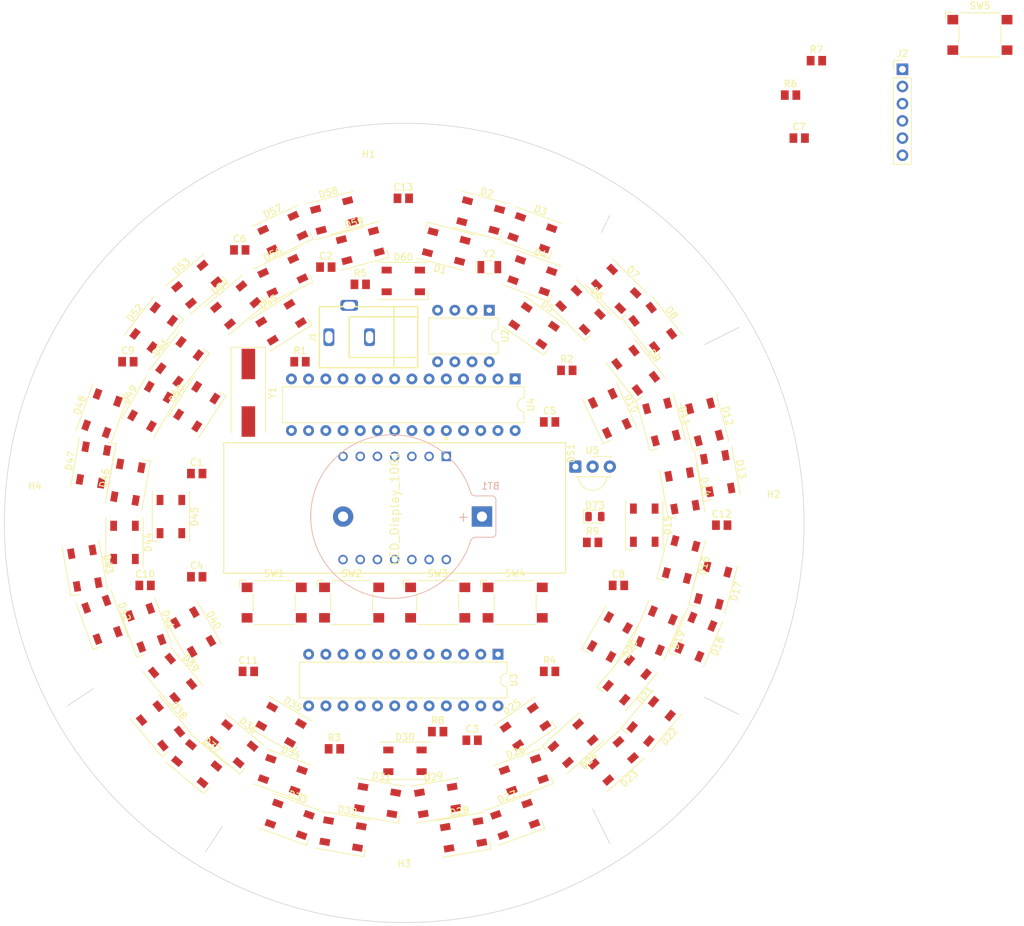
<source format=kicad_pcb>
(kicad_pcb (version 20211014) (generator pcbnew)
  (layers (0 "F.Cu" signal) (31 "B.Cu" signal) (34 "B.Paste" user) (35 "F.Paste" user) (36 "B.SilkS" user "B.Silkscreen") (37 "F.SilkS" user "F.Silkscreen") (38 "B.Mask" user) (39 "F.Mask" user) (44 "Edge.Cuts" user))
  (net 0 "")
  (net 1 "GND")
  (net 2 "VCC")
  (net 3 "Net-(C2-Pad1)")
  (net 4 "Net-(BT1-Pad1)")
  (net 5 "Net-(C4-Pad2)")
  (net 6 "Net-(C5-Pad1)")
  (net 7 "Net-(C6-Pad2)")
  (net 8 "Net-(C7-Pad1)")
  (net 9 "RESET")
  (net 10 "Net-(D1-Pad4)")
  (net 11 "Outer LED Ring")
  (net 12 "Net-(D2-Pad4)")
  (net 13 "Net-(D3-Pad4)")
  (net 14 "Net-(D4-Pad4)")
  (net 15 "Net-(D5-Pad4)")
  (net 16 "Net-(D6-Pad4)")
  (net 17 "Net-(D7-Pad4)")
  (net 18 "Net-(D8-Pad4)")
  (net 19 "Net-(D10-Pad2)")
  (net 20 "Net-(D10-Pad4)")
  (net 21 "Net-(D11-Pad4)")
  (net 22 "Net-(D12-Pad4)")
  (net 23 "Net-(D13-Pad4)")
  (net 24 "Net-(D14-Pad4)")
  (net 25 "Net-(D15-Pad4)")
  (net 26 "Net-(D16-Pad4)")
  (net 27 "Net-(D17-Pad4)")
  (net 28 "Net-(D18-Pad4)")
  (net 29 "Net-(D19-Pad4)")
  (net 30 "Net-(D20-Pad4)")
  (net 31 "Net-(D21-Pad4)")
  (net 32 "Net-(D22-Pad4)")
  (net 33 "Net-(D23-Pad4)")
  (net 34 "Net-(D24-Pad4)")
  (net 35 "Net-(D25-Pad4)")
  (net 36 "Net-(D26-Pad4)")
  (net 37 "Net-(D27-Pad4)")
  (net 38 "Net-(D28-Pad4)")
  (net 39 "Net-(D29-Pad4)")
  (net 40 "Net-(D30-Pad4)")
  (net 41 "Net-(D31-Pad4)")
  (net 42 "Net-(D32-Pad4)")
  (net 43 "Net-(D33-Pad4)")
  (net 44 "Net-(D34-Pad4)")
  (net 45 "Net-(D35-Pad4)")
  (net 46 "Net-(D36-Pad4)")
  (net 47 "Net-(D37-Pad4)")
  (net 48 "Net-(D38-Pad4)")
  (net 49 "Net-(D39-Pad4)")
  (net 50 "Net-(D40-Pad4)")
  (net 51 "Net-(D41-Pad4)")
  (net 52 "Net-(D42-Pad4)")
  (net 53 "Net-(D43-Pad4)")
  (net 54 "Net-(D44-Pad4)")
  (net 55 "Net-(D45-Pad4)")
  (net 56 "Net-(D46-Pad4)")
  (net 57 "Net-(D47-Pad4)")
  (net 58 "Net-(D48-Pad4)")
  (net 59 "Net-(D49-Pad4)")
  (net 60 "Net-(D50-Pad4)")
  (net 61 "Net-(D51-Pad4)")
  (net 62 "Net-(D52-Pad4)")
  (net 63 "Net-(D53-Pad4)")
  (net 64 "Net-(D54-Pad4)")
  (net 65 "Net-(D55-Pad4)")
  (net 66 "Net-(D56-Pad4)")
  (net 67 "Net-(D57-Pad4)")
  (net 68 "Net-(D58-Pad4)")
  (net 69 "Net-(D59-Pad4)")
  (net 70 "Net-(D73-Pad1)")
  (net 71 "Net-(DS1-Pad1)")
  (net 72 "Net-(DS1-Pad2)")
  (net 73 "Net-(DS1-Pad3)")
  (net 74 "Net-(DS1-Pad4)")
  (net 75 "Net-(DS1-Pad5)")
  (net 76 "Net-(DS1-Pad6)")
  (net 79 "Net-(DS1-Pad9)")
  (net 80 "Net-(DS1-Pad10)")
  (net 81 "Net-(DS1-Pad11)")
  (net 82 "Net-(DS1-Pad12)")
  (net 83 "Net-(DS1-Pad13)")
  (net 84 "Net-(DS1-Pad14)")
  (net 86 "Net-(J2-Pad5)")
  (net 87 "Net-(J2-Pad4)")
  (net 89 "Net-(R1-Pad2)")
  (net 90 "Net-(R3-Pad2)")
  (net 91 "Net-(R4-Pad2)")
  (net 92 "Net-(R5-Pad2)")
  (net 93 "RXD")
  (net 94 "TXD")
  (net 95 "Net-(R8-Pad2)")
  (net 104 "SDA")
  (net 105 "SCL")
  (net 107 "MOSI")
  (net 108 "SCK")
  (net 113 "SS")
  (net 116 "IR Receiver")
  (net 122 "Net-(U2-Pad1)")
  (net 123 "Net-(U2-Pad2)")
  (footprint "footprints:R_0805_2012Metric" (layer "F.Cu") (at 154.94 130.81)
    (fp_text reference "R8" (at 0 -1.65) (layer "F.SilkS"))
    (fp_text value "R_0805_10K")
    (pad "1" smd rect locked (at -0.85 0) (size 1.15 1.4) (layers "F.Cu" "F.Paste" "F.Mask") (net 2 "VCC"))
    (pad "2" smd rect locked (at 0.85 0) (size 1.15 1.4) (layers "F.Cu" "F.Paste" "F.Mask") (net 95 "Net-(R8-Pad2)"))
  )
  (footprint "footprints:LED_SK6812_PLCC4_5.0x5.0mm_P3.2mm" (layer "F.Cu") (at 105.41 83.82 70)
    (fp_text reference "D48" (at 0 -3.5 70) (layer "F.SilkS"))
    (fp_text value "NEOPIXEL_SMT")
    (pad "1" smd rect locked (at 2.45 1.6 70) (size 1.5 1) (layers "F.Cu" "F.Paste" "F.Mask") (net 1 "GND"))
    (pad "2" smd rect locked (at 2.45 -1.6 70) (size 1.5 1) (layers "F.Cu" "F.Paste" "F.Mask") (net 57 "Net-(D47-Pad4)"))
    (pad "3" smd rect locked (at -2.45 -1.6 70) (size 1.5 1) (layers "F.Cu" "F.Paste" "F.Mask") (net 2 "VCC"))
    (pad "4" smd rect locked (at -2.45 1.6 70) (size 1.5 1) (layers "F.Cu" "F.Paste" "F.Mask") (net 58 "Net-(D48-Pad4)"))
  )
  (footprint "footprints:LED_SK6812_PLCC4_5.0x5.0mm_P3.2mm" (layer "F.Cu") (at 112.53 82.8 60)
    (fp_text reference "D49" (at 0 -3.5 60) (layer "F.SilkS"))
    (fp_text value "NEOPIXEL_SMT")
    (pad "1" smd rect locked (at 2.45 1.6 60) (size 1.5 1) (layers "F.Cu" "F.Paste" "F.Mask") (net 1 "GND"))
    (pad "2" smd rect locked (at 2.45 -1.6 60) (size 1.5 1) (layers "F.Cu" "F.Paste" "F.Mask") (net 58 "Net-(D48-Pad4)"))
    (pad "3" smd rect locked (at -2.45 -1.6 60) (size 1.5 1) (layers "F.Cu" "F.Paste" "F.Mask") (net 2 "VCC"))
    (pad "4" smd rect locked (at -2.45 1.6 60) (size 1.5 1) (layers "F.Cu" "F.Paste" "F.Mask") (net 59 "Net-(D49-Pad4)"))
  )
  (footprint "footprints:MountingHole_3.2mm_M3" (layer "F.Cu") (at 95.5 100)
    (fp_text reference "H4" (at 0 -5.448078) (layer "F.SilkS"))
    (fp_text value "MountingHole")
    (pad "" np_thru_hole circle locked (at 0 0) (size 3.2 3.2) (drill 3.2) (layers *.Cu *.Mask))
  )
  (footprint "footprints:R_0805_2012Metric" (layer "F.Cu") (at 171.45 121.92)
    (fp_text reference "R4" (at 0 -1.65) (layer "F.SilkS"))
    (fp_text value "R_0805_10K")
    (pad "1" smd rect locked (at -0.85 0) (size 1.15 1.4) (layers "F.Cu" "F.Paste" "F.Mask") (net 1 "GND"))
    (pad "2" smd rect locked (at 0.85 0) (size 1.15 1.4) (layers "F.Cu" "F.Paste" "F.Mask") (net 91 "Net-(R4-Pad2)"))
  )
  (footprint "footprints:LED_SK6812_PLCC4_5.0x5.0mm_P3.2mm" (layer "F.Cu") (at 109.22 93.98 80)
    (fp_text reference "D46" (at 0 -3.5 80) (layer "F.SilkS"))
    (fp_text value "NEOPIXEL_SMT")
    (pad "1" smd rect locked (at 2.45 1.6 80) (size 1.5 1) (layers "F.Cu" "F.Paste" "F.Mask") (net 1 "GND"))
    (pad "2" smd rect locked (at 2.45 -1.6 80) (size 1.5 1) (layers "F.Cu" "F.Paste" "F.Mask") (net 55 "Net-(D45-Pad4)"))
    (pad "3" smd rect locked (at -2.45 -1.6 80) (size 1.5 1) (layers "F.Cu" "F.Paste" "F.Mask") (net 2 "VCC"))
    (pad "4" smd rect locked (at -2.45 1.6 80) (size 1.5 1) (layers "F.Cu" "F.Paste" "F.Mask") (net 56 "Net-(D46-Pad4)"))
  )
  (footprint "footprints:LED_SK6812_PLCC4_5.0x5.0mm_P3.2mm" (layer "F.Cu") (at 115.57 99.06 -90)
    (fp_text reference "D45" (at 0 -3.5 90) (layer "F.SilkS"))
    (fp_text value "NEOPIXEL_SMT")
    (pad "1" smd rect locked (at 2.45 1.6 270) (size 1.5 1) (layers "F.Cu" "F.Paste" "F.Mask") (net 1 "GND"))
    (pad "2" smd rect locked (at 2.45 -1.6 270) (size 1.5 1) (layers "F.Cu" "F.Paste" "F.Mask") (net 54 "Net-(D44-Pad4)"))
    (pad "3" smd rect locked (at -2.45 -1.6 270) (size 1.5 1) (layers "F.Cu" "F.Paste" "F.Mask") (net 2 "VCC"))
    (pad "4" smd rect locked (at -2.45 1.6 270) (size 1.5 1) (layers "F.Cu" "F.Paste" "F.Mask") (net 55 "Net-(D45-Pad4)"))
  )
  (footprint "footprints:LED_SK6812_PLCC4_5.0x5.0mm_P3.2mm" (layer "F.Cu") (at 187.96 85.09 -75)
    (fp_text reference "D11" (at 0 -3.5 105) (layer "F.SilkS"))
    (fp_text value "NEOPIXEL_SMT")
    (pad "1" smd rect locked (at 2.45 1.6 285) (size 1.5 1) (layers "F.Cu" "F.Paste" "F.Mask") (net 1 "GND"))
    (pad "2" smd rect locked (at 2.45 -1.6 285) (size 1.5 1) (layers "F.Cu" "F.Paste" "F.Mask") (net 20 "Net-(D10-Pad4)"))
    (pad "3" smd rect locked (at -2.45 -1.6 285) (size 1.5 1) (layers "F.Cu" "F.Paste" "F.Mask") (net 2 "VCC"))
    (pad "4" smd rect locked (at -2.45 1.6 285) (size 1.5 1) (layers "F.Cu" "F.Paste" "F.Mask") (net 21 "Net-(D11-Pad4)"))
  )
  (footprint "footprints:Crystal_SMD_HC49-SD" (layer "F.Cu") (at 127 80.78 -90)
    (fp_text reference "Y1" (at 0 -3.55 90) (layer "F.SilkS"))
    (fp_text value "Crystal_16MHz")
    (pad "1" smd rect locked (at -4.25 0 270) (size 4.5 2) (layers "F.Cu" "F.Paste" "F.Mask") (net 7 "Net-(C6-Pad2)"))
    (pad "2" smd rect locked (at 4.25 0 270) (size 4.5 2) (layers "F.Cu" "F.Paste" "F.Mask") (net 5 "Net-(C4-Pad2)"))
  )
  (footprint "footprints:LED_SK6812_PLCC4_5.0x5.0mm_P3.2mm" (layer "F.Cu") (at 131.83 70.37 32)
    (fp_text reference "D55" (at 0 -3.5 32) (layer "F.SilkS"))
    (fp_text value "NEOPIXEL_SMT")
    (pad "1" smd rect locked (at 2.45 1.6 32) (size 1.5 1) (layers "F.Cu" "F.Paste" "F.Mask") (net 1 "GND"))
    (pad "2" smd rect locked (at 2.45 -1.6 32) (size 1.5 1) (layers "F.Cu" "F.Paste" "F.Mask") (net 64 "Net-(D54-Pad4)"))
    (pad "3" smd rect locked (at -2.45 -1.6 32) (size 1.5 1) (layers "F.Cu" "F.Paste" "F.Mask") (net 2 "VCC"))
    (pad "4" smd rect locked (at -2.45 1.6 32) (size 1.5 1) (layers "F.Cu" "F.Paste" "F.Mask") (net 65 "Net-(D55-Pad4)"))
  )
  (footprint "footprints:LED_SK6812_PLCC4_5.0x5.0mm_P3.2mm" (layer "F.Cu") (at 132.08 63.5 25)
    (fp_text reference "D56" (at 0 -3.5 25) (layer "F.SilkS"))
    (fp_text value "NEOPIXEL_SMT")
    (pad "1" smd rect locked (at 2.45 1.6 25) (size 1.5 1) (layers "F.Cu" "F.Paste" "F.Mask") (net 1 "GND"))
    (pad "2" smd rect locked (at 2.45 -1.6 25) (size 1.5 1) (layers "F.Cu" "F.Paste" "F.Mask") (net 65 "Net-(D55-Pad4)"))
    (pad "3" smd rect locked (at -2.45 -1.6 25) (size 1.5 1) (layers "F.Cu" "F.Paste" "F.Mask") (net 2 "VCC"))
    (pad "4" smd rect locked (at -2.45 1.6 25) (size 1.5 1) (layers "F.Cu" "F.Paste" "F.Mask") (net 66 "Net-(D56-Pad4)"))
  )
  (footprint "footprints:C_0805_2012Metric" (layer "F.Cu") (at 196.85 100.33)
    (fp_text reference "C12" (at 0 -1.65) (layer "F.SilkS"))
    (fp_text value "C_0805_0.1uf")
    (pad "1" smd rect locked (at -0.85 0) (size 1.15 1.4) (layers "F.Cu" "F.Paste" "F.Mask") (net 2 "VCC"))
    (pad "2" smd rect locked (at 0.85 0) (size 1.15 1.4) (layers "F.Cu" "F.Paste" "F.Mask") (net 1 "GND"))
  )
  (footprint "footprints:LED_SK6812_PLCC4_5.0x5.0mm_P3.2mm" (layer "F.Cu") (at 186.69 71.12 -52)
    (fp_text reference "D8" (at 0 -3.5 128) (layer "F.SilkS"))
    (fp_text value "NEOPIXEL_SMT")
    (pad "1" smd rect locked (at 2.45 1.6 308) (size 1.5 1) (layers "F.Cu" "F.Paste" "F.Mask") (net 1 "GND"))
    (pad "2" smd rect locked (at 2.45 -1.6 308) (size 1.5 1) (layers "F.Cu" "F.Paste" "F.Mask") (net 17 "Net-(D7-Pad4)"))
    (pad "3" smd rect locked (at -2.45 -1.6 308) (size 1.5 1) (layers "F.Cu" "F.Paste" "F.Mask") (net 2 "VCC"))
    (pad "4" smd rect locked (at -2.45 1.6 308) (size 1.5 1) (layers "F.Cu" "F.Paste" "F.Mask") (net 18 "Net-(D8-Pad4)"))
  )
  (footprint "footprints:LED_SK6812_PLCC4_5.0x5.0mm_P3.2mm" (layer "F.Cu") (at 116.84 76.2 52.5)
    (fp_text reference "D51" (at 0 -3.5 52.5) (layer "F.SilkS"))
    (fp_text value "NEOPIXEL_SMT")
    (pad "1" smd rect locked (at 2.45 1.6 52.5) (size 1.5 1) (layers "F.Cu" "F.Paste" "F.Mask") (net 1 "GND"))
    (pad "2" smd rect locked (at 2.45 -1.6 52.5) (size 1.5 1) (layers "F.Cu" "F.Paste" "F.Mask") (net 60 "Net-(D50-Pad4)"))
    (pad "3" smd rect locked (at -2.45 -1.6 52.5) (size 1.5 1) (layers "F.Cu" "F.Paste" "F.Mask") (net 2 "VCC"))
    (pad "4" smd rect locked (at -2.45 1.6 52.5) (size 1.5 1) (layers "F.Cu" "F.Paste" "F.Mask") (net 61 "Net-(D51-Pad4)"))
  )
  (footprint "footprints:LED_SK6812_PLCC4_5.0x5.0mm_P3.2mm" (layer "F.Cu") (at 167.89 130.04 35)
    (fp_text reference "D25" (at 0 -3.5 35) (layer "F.SilkS"))
    (fp_text value "NEOPIXEL_SMT")
    (pad "1" smd rect locked (at 2.45 1.6 35) (size 1.5 1) (layers "F.Cu" "F.Paste" "F.Mask") (net 1 "GND"))
    (pad "2" smd rect locked (at 2.45 -1.6 35) (size 1.5 1) (layers "F.Cu" "F.Paste" "F.Mask") (net 34 "Net-(D24-Pad4)"))
    (pad "3" smd rect locked (at -2.45 -1.6 35) (size 1.5 1) (layers "F.Cu" "F.Paste" "F.Mask") (net 2 "VCC"))
    (pad "4" smd rect locked (at -2.45 1.6 35) (size 1.5 1) (layers "F.Cu" "F.Paste" "F.Mask") (net 35 "Net-(D25-Pad4)"))
  )
  (footprint "footprints:LED_SK6812_PLCC4_5.0x5.0mm_P3.2mm" (layer "F.Cu") (at 158.75 146.05 10)
    (fp_text reference "D28" (at 0 -3.5 10) (layer "F.SilkS"))
    (fp_text value "NEOPIXEL_SMT")
    (pad "1" smd rect locked (at 2.45 1.6 10) (size 1.5 1) (layers "F.Cu" "F.Paste" "F.Mask") (net 1 "GND"))
    (pad "2" smd rect locked (at 2.45 -1.6 10) (size 1.5 1) (layers "F.Cu" "F.Paste" "F.Mask") (net 37 "Net-(D27-Pad4)"))
    (pad "3" smd rect locked (at -2.45 -1.6 10) (size 1.5 1) (layers "F.Cu" "F.Paste" "F.Mask") (net 2 "VCC"))
    (pad "4" smd rect locked (at -2.45 1.6 10) (size 1.5 1) (layers "F.Cu" "F.Paste" "F.Mask") (net 38 "Net-(D28-Pad4)"))
  )
  (footprint "footprints:R_0805_2012Metric" (layer "F.Cu") (at 177.8 102.87)
    (fp_text reference "R9" (at 0 -1.65) (layer "F.SilkS"))
    (fp_text value "R_0805_1K")
    (pad "1" smd rect locked (at -0.85 0) (size 1.15 1.4) (layers "F.Cu" "F.Paste" "F.Mask") (net 116 "IR Receiver"))
    (pad "2" smd rect locked (at 0.85 0) (size 1.15 1.4) (layers "F.Cu" "F.Paste" "F.Mask") (net 70 "Net-(D73-Pad1)"))
  )
  (footprint "footprints:R_0805_2012Metric" (layer "F.Cu") (at 134.62 76.2)
    (fp_text reference "R1" (at 0 -1.65) (layer "F.SilkS"))
    (fp_text value "R_0805_10K")
    (pad "1" smd rect locked (at -0.85 0) (size 1.15 1.4) (layers "F.Cu" "F.Paste" "F.Mask") (net 1 "GND"))
    (pad "2" smd rect locked (at 0.85 0) (size 1.15 1.4) (layers "F.Cu" "F.Paste" "F.Mask") (net 89 "Net-(R1-Pad2)"))
  )
  (footprint "footprints:LED_SK6812_PLCC4_5.0x5.0mm_P3.2mm" (layer "F.Cu") (at 176.01 68.58 -45)
    (fp_text reference "D6" (at 0 -3.5 135) (layer "F.SilkS"))
    (fp_text value "NEOPIXEL_SMT")
    (pad "1" smd rect locked (at 2.45 1.6 315) (size 1.5 1) (layers "F.Cu" "F.Paste" "F.Mask") (net 1 "GND"))
    (pad "2" smd rect locked (at 2.45 -1.6 315) (size 1.5 1) (layers "F.Cu" "F.Paste" "F.Mask") (net 15 "Net-(D5-Pad4)"))
    (pad "3" smd rect locked (at -2.45 -1.6 315) (size 1.5 1) (layers "F.Cu" "F.Paste" "F.Mask") (net 2 "VCC"))
    (pad "4" smd rect locked (at -2.45 1.6 315) (size 1.5 1) (layers "F.Cu" "F.Paste" "F.Mask") (net 16 "Net-(D6-Pad4)"))
  )
  (footprint "footprints:LED_SK6812_PLCC4_5.0x5.0mm_P3.2mm" (layer "F.Cu") (at 180.34 83.82 -65)
    (fp_text reference "D10" (at 0 -3.5 115) (layer "F.SilkS"))
    (fp_text value "NEOPIXEL_SMT")
    (pad "1" smd rect locked (at 2.45 1.6 295) (size 1.5 1) (layers "F.Cu" "F.Paste" "F.Mask") (net 1 "GND"))
    (pad "2" smd rect locked (at 2.45 -1.6 295) (size 1.5 1) (layers "F.Cu" "F.Paste" "F.Mask") (net 19 "Net-(D10-Pad2)"))
    (pad "3" smd rect locked (at -2.45 -1.6 295) (size 1.5 1) (layers "F.Cu" "F.Paste" "F.Mask") (net 2 "VCC"))
    (pad "4" smd rect locked (at -2.45 1.6 295) (size 1.5 1) (layers "F.Cu" "F.Paste" "F.Mask") (net 20 "Net-(D10-Pad4)"))
  )
  (footprint "footprints:LED_SK6812_PLCC4_5.0x5.0mm_P3.2mm" (layer "F.Cu") (at 143.51 59.079588 15)
    (fp_text reference "D59" (at 0 -3.5 15) (layer "F.SilkS"))
    (fp_text value "NEOPIXEL_SMT")
    (pad "1" smd rect locked (at 2.45 1.6 15) (size 1.5 1) (layers "F.Cu" "F.Paste" "F.Mask") (net 1 "GND"))
    (pad "2" smd rect locked (at 2.45 -1.6 15) (size 1.5 1) (layers "F.Cu" "F.Paste" "F.Mask") (net 68 "Net-(D58-Pad4)"))
    (pad "3" smd rect locked (at -2.45 -1.6 15) (size 1.5 1) (layers "F.Cu" "F.Paste" "F.Mask") (net 2 "VCC"))
    (pad "4" smd rect locked (at -2.45 1.6 15) (size 1.5 1) (layers "F.Cu" "F.Paste" "F.Mask") (net 69 "Net-(D59-Pad4)"))
  )
  (footprint "footprints:LED_SK6812_PLCC4_5.0x5.0mm_P3.2mm" (layer "F.Cu") (at 180.34 116.84 -120)
    (fp_text reference "D20" (at 0 -3.5 60) (layer "F.SilkS"))
    (fp_text value "NEOPIXEL_SMT")
    (pad "1" smd rect locked (at 2.45 1.6 240) (size 1.5 1) (layers "F.Cu" "F.Paste" "F.Mask") (net 1 "GND"))
    (pad "2" smd rect locked (at 2.45 -1.6 240) (size 1.5 1) (layers "F.Cu" "F.Paste" "F.Mask") (net 29 "Net-(D19-Pad4)"))
    (pad "3" smd rect locked (at -2.45 -1.6 240) (size 1.5 1) (layers "F.Cu" "F.Paste" "F.Mask") (net 2 "VCC"))
    (pad "4" smd rect locked (at -2.45 1.6 240) (size 1.5 1) (layers "F.Cu" "F.Paste" "F.Mask") (net 30 "Net-(D20-Pad4)"))
  )
  (footprint "footprints:LED_SK6812_PLCC4_5.0x5.0mm_P3.2mm" (layer "F.Cu") (at 196.25 92.71 -80)
    (fp_text reference "D13" (at 0 -3.5 100) (layer "F.SilkS"))
    (fp_text value "NEOPIXEL_SMT")
    (pad "1" smd rect locked (at 2.45 1.6 280) (size 1.5 1) (layers "F.Cu" "F.Paste" "F.Mask") (net 1 "GND"))
    (pad "2" smd rect locked (at 2.45 -1.6 280) (size 1.5 1) (layers "F.Cu" "F.Paste" "F.Mask") (net 22 "Net-(D12-Pad4)"))
    (pad "3" smd rect locked (at -2.45 -1.6 280) (size 1.5 1) (layers "F.Cu" "F.Paste" "F.Mask") (net 2 "VCC"))
    (pad "4" smd rect locked (at -2.45 1.6 280) (size 1.5 1) (layers "F.Cu" "F.Paste" "F.Mask") (net 23 "Net-(D13-Pad4)"))
  )
  (footprint "footprints:LED_0805_2012Metric" (layer "F.Cu") (at 178.1325 99.06)
    (fp_text reference "D73" (at 0 -1.65) (layer "F.SilkS"))
    (fp_text value "LED_0805")
    (pad "1" smd roundrect locked (at -0.9375 0) (size 0.975 1.4) (layers "F.Cu" "F.Paste" "F.Mask") (net 70 "Net-(D73-Pad1)"))
    (pad "2" smd roundrect locked (at 0.9375 0) (size 0.975 1.4) (layers "F.Cu" "F.Paste" "F.Mask") (net 2 "VCC"))
  )
  (footprint "footprints:PJ-102AH" (layer "F.Cu") (at 141.88 72.5692 -90)
    (fp_text reference "J1" (at 0 5.4102 90) (layer "F.SilkS") (effects (font (size 0.762 0.762) (thickness 0.1524))))
    (fp_text value "PJ-102AH" hide)
    (pad "1" thru_hole roundrect locked (at 0 3 270) (size 2.6 1.6) (drill oval 1.8 1.1) (layers *.Cu *.Mask) (net 3 "Net-(C2-Pad1)"))
    (pad "2" thru_hole roundrect locked (at 0 -3 270) (size 2.6 1.6) (drill oval 1.8 1.1) (layers *.Cu *.Mask) (net 1 "GND"))
    (pad "3" thru_hole roundrect locked (at -4.7 0 270) (size 1.6 2.6) (drill oval 1.1 1.8) (layers *.Cu *.Mask))
  )
  (footprint "footprints:LED_SK6812_PLCC4_5.0x5.0mm_P3.2mm" (layer "F.Cu") (at 182.88 123.19 -130)
    (fp_text reference "D21" (at 0 -3.5 50) (layer "F.SilkS"))
    (fp_text value "NEOPIXEL_SMT")
    (pad "1" smd rect locked (at 2.45 1.6 230) (size 1.5 1) (layers "F.Cu" "F.Paste" "F.Mask") (net 1 "GND"))
    (pad "2" smd rect locked (at 2.45 -1.6 230) (size 1.5 1) (layers "F.Cu" "F.Paste" "F.Mask") (net 30 "Net-(D20-Pad4)"))
    (pad "3" smd rect locked (at -2.45 -1.6 230) (size 1.5 1) (layers "F.Cu" "F.Paste" "F.Mask") (net 2 "VCC"))
    (pad "4" smd rect locked (at -2.45 1.6 230) (size 1.5 1) (layers "F.Cu" "F.Paste" "F.Mask") (net 31 "Net-(D21-Pad4)"))
  )
  (footprint "footprints:LED_SK6812_PLCC4_5.0x5.0mm_P3.2mm" (layer "F.Cu") (at 139.7 54.61 15)
    (fp_text reference "D58" (at 0 -3.5 15) (layer "F.SilkS"))
    (fp_text value "NEOPIXEL_SMT")
    (pad "1" smd rect locked (at 2.45 1.6 15) (size 1.5 1) (layers "F.Cu" "F.Paste" "F.Mask") (net 1 "GND"))
    (pad "2" smd rect locked (at 2.45 -1.6 15) (size 1.5 1) (layers "F.Cu" "F.Paste" "F.Mask") (net 67 "Net-(D57-Pad4)"))
    (pad "3" smd rect locked (at -2.45 -1.6 15) (size 1.5 1) (layers "F.Cu" "F.Paste" "F.Mask") (net 2 "VCC"))
    (pad "4" smd rect locked (at -2.45 1.6 15) (size 1.5 1) (layers "F.Cu" "F.Paste" "F.Mask") (net 68 "Net-(D58-Pad4)"))
  )
  (footprint "footprints:LED_SK6812_PLCC4_5.0x5.0mm_P3.2mm" (layer "F.Cu") (at 118.86 116.09 -60)
    (fp_text reference "D40" (at 0 -3.5 120) (layer "F.SilkS"))
    (fp_text value "NEOPIXEL_SMT")
    (pad "1" smd rect locked (at 2.45 1.6 300) (size 1.5 1) (layers "F.Cu" "F.Paste" "F.Mask") (net 1 "GND"))
    (pad "2" smd rect locked (at 2.45 -1.6 300) (size 1.5 1) (layers "F.Cu" "F.Paste" "F.Mask") (net 49 "Net-(D39-Pad4)"))
    (pad "3" smd rect locked (at -2.45 -1.6 300) (size 1.5 1) (layers "F.Cu" "F.Paste" "F.Mask") (net 2 "VCC"))
    (pad "4" smd rect locked (at -2.45 1.6 300) (size 1.5 1) (layers "F.Cu" "F.Paste" "F.Mask") (net 50 "Net-(D40-Pad4)"))
  )
  (footprint "footprints:LED_SK6812_PLCC4_5.0x5.0mm_P3.2mm" (layer "F.Cu") (at 154.94 140.97 10)
    (fp_text reference "D29" (at 0 -3.5 10) (layer "F.SilkS"))
    (fp_text value "NEOPIXEL_SMT")
    (pad "1" smd rect locked (at 2.45 1.6 10) (size 1.5 1) (layers "F.Cu" "F.Paste" "F.Mask") (net 1 "GND"))
    (pad "2" smd rect locked (at 2.45 -1.6 10) (size 1.5 1) (layers "F.Cu" "F.Paste" "F.Mask") (net 38 "Net-(D28-Pad4)"))
    (pad "3" smd rect locked (at -2.45 -1.6 10) (size 1.5 1) (layers "F.Cu" "F.Paste" "F.Mask") (net 2 "VCC"))
    (pad "4" smd rect locked (at -2.45 1.6 10) (size 1.5 1) (layers "F.Cu" "F.Paste" "F.Mask") (net 39 "Net-(D29-Pad4)"))
  )
  (footprint "footprints:C_0805_2012Metric" (layer "F.Cu") (at 111.76 109.22)
    (fp_text reference "C10" (at 0 -1.65) (layer "F.SilkS"))
    (fp_text value "C_0805_0.1uf")
    (pad "1" smd rect locked (at -0.85 0) (size 1.15 1.4) (layers "F.Cu" "F.Paste" "F.Mask") (net 2 "VCC"))
    (pad "2" smd rect locked (at 0.85 0) (size 1.15 1.4) (layers "F.Cu" "F.Paste" "F.Mask") (net 1 "GND"))
  )
  (footprint "footprints:SW_SPST_Omron_B3FS-100xP" (layer "F.Cu") (at 166.37 111.76)
    (fp_text reference "SW4" (at 0 -4.3) (layer "F.SilkS"))
    (fp_text value "Omron_B3F_SPST")
    (pad "1" smd rect locked (at -4 -2.25 180) (size 1.6 1.4) (layers "F.Cu" "F.Paste" "F.Mask") (net 92 "Net-(R5-Pad2)"))
    (pad "2" smd rect locked (at 4 -2.25 180) (size 1.6 1.4) (layers "F.Cu" "F.Paste" "F.Mask"))
    (pad "3" smd rect locked (at -4 2.25 180) (size 1.6 1.4) (layers "F.Cu" "F.Paste" "F.Mask") (net 2 "VCC"))
    (pad "4" smd rect locked (at 4 2.25 180) (size 1.6 1.4) (layers "F.Cu" "F.Paste" "F.Mask"))
  )
  (footprint "footprints:LED_SK6812_PLCC4_5.0x5.0mm_P3.2mm" (layer "F.Cu") (at 181.286218 65.438959 -45)
    (fp_text reference "D7" (at 0 -3.5 135) (layer "F.SilkS"))
    (fp_text value "NEOPIXEL_SMT")
    (pad "1" smd rect locked (at 2.45 1.6 315) (size 1.5 1) (layers "F.Cu" "F.Paste" "F.Mask") (net 1 "GND"))
    (pad "2" smd rect locked (at 2.45 -1.6 315) (size 1.5 1) (layers "F.Cu" "F.Paste" "F.Mask") (net 16 "Net-(D6-Pad4)"))
    (pad "3" smd rect locked (at -2.45 -1.6 315) (size 1.5 1) (layers "F.Cu" "F.Paste" "F.Mask") (net 2 "VCC"))
    (pad "4" smd rect locked (at -2.45 1.6 315) (size 1.5 1) (layers "F.Cu" "F.Paste" "F.Mask") (net 17 "Net-(D7-Pad4)"))
  )
  (footprint "footprints:LED_SK6812_PLCC4_5.0x5.0mm_P3.2mm" (layer "F.Cu") (at 168.91 57.15 -20)
    (fp_text reference "D3" (at 0 -3.5 160) (layer "F.SilkS"))
    (fp_text value "NEOPIXEL_SMT")
    (pad "1" smd rect locked (at 2.45 1.6 340) (size 1.5 1) (layers "F.Cu" "F.Paste" "F.Mask") (net 1 "GND"))
    (pad "2" smd rect locked (at 2.45 -1.6 340) (size 1.5 1) (layers "F.Cu" "F.Paste" "F.Mask") (net 12 "Net-(D2-Pad4)"))
    (pad "3" smd rect locked (at -2.45 -1.6 340) (size 1.5 1) (layers "F.Cu" "F.Paste" "F.Mask") (net 2 "VCC"))
    (pad "4" smd rect locked (at -2.45 1.6 340) (size 1.5 1) (layers "F.Cu" "F.Paste" "F.Mask") (net 13 "Net-(D3-Pad4)"))
  )
  (footprint "footprints:LED_SK6812_PLCC4_5.0x5.0mm_P3.2mm" (layer "F.Cu") (at 132.08 57.15 25)
    (fp_text reference "D57" (at 0 -3.5 25) (layer "F.SilkS"))
    (fp_text value "NEOPIXEL_SMT")
    (pad "1" smd rect locked (at 2.45 1.6 25) (size 1.5 1) (layers "F.Cu" "F.Paste" "F.Mask") (net 1 "GND"))
    (pad "2" smd rect locked (at 2.45 -1.6 25) (size 1.5 1) (layers "F.Cu" "F.Paste" "F.Mask") (net 66 "Net-(D56-Pad4)"))
    (pad "3" smd rect locked (at -2.45 -1.6 25) (size 1.5 1) (layers "F.Cu" "F.Paste" "F.Mask") (net 2 "VCC"))
    (pad "4" smd rect locked (at -2.45 1.6 25) (size 1.5 1) (layers "F.Cu" "F.Paste" "F.Mask") (net 67 "Net-(D57-Pad4)"))
  )
  (footprint "footprints:Adafruit-1001-0-0-MFG" (layer "F.Cu") (at 148.59 97.79 -90)
    (fp_text reference "DS1" (at -9.625 -26.025 90) (layer "F.SilkS") (effects (justify right)))
    (fp_text value "LED_Display_1001" (at 0 0 90) (layer "F.SilkS") (effects (font (size 1.27 1.27))))
    (pad "1" thru_hole rect locked (at -7.62 -7.62 270) (size 1.4 1.4) (drill 0.9) (layers *.Cu *.Mask) (net 71 "Net-(DS1-Pad1)"))
    (pad "2" thru_hole circle locked (at -7.62 -5.08 270) (size 1.4 1.4) (drill 0.9) (layers *.Cu *.Mask) (net 72 "Net-(DS1-Pad2)"))
    (pad "3" thru_hole circle locked (at -7.62 -2.54 270) (size 1.4 1.4) (drill 0.9) (layers *.Cu *.Mask) (net 73 "Net-(DS1-Pad3)"))
    (pad "4" thru_hole circle locked (at -7.62 0 270) (size 1.4 1.4) (drill 0.9) (layers *.Cu *.Mask) (net 74 "Net-(DS1-Pad4)"))
    (pad "5" thru_hole circle locked (at -7.62 2.54 270) (size 1.4 1.4) (drill 0.9) (layers *.Cu *.Mask) (net 75 "Net-(DS1-Pad5)"))
    (pad "6" thru_hole circle locked (at -7.62 5.08 270) (size 1.4 1.4) (drill 0.9) (layers *.Cu *.Mask) (net 76 "Net-(DS1-Pad6)"))
    (pad "7" thru_hole circle locked (at -7.62 7.62 270) (size 1.4 1.4) (drill 0.9) (layers *.Cu *.Mask))
    (pad "8" thru_hole circle locked (at 7.62 7.62 270) (size 1.4 1.4) (drill 0.9) (layers *.Cu *.Mask))
    (pad "9" thru_hole circle locked (at 7.62 5.08 270) (size 1.4 1.4) (drill 0.9) (layers *.Cu *.Mask) (net 79 "Net-(DS1-Pad9)"))
    (pad "10" thru_hole circle locked (at 7.62 2.54 270) (size 1.4 1.4) (drill 0.9) (layers *.Cu *.Mask) (net 80 "Net-(DS1-Pad10)"))
    (pad "11" thru_hole circle locked (at 7.62 0 270) (size 1.4 1.4) (drill 0.9) (layers *.Cu *.Mask) (net 81 "Net-(DS1-Pad11)"))
    (pad "12" thru_hole circle locked (at 7.62 -2.54 270) (size 1.4 1.4) (drill 0.9) (layers *.Cu *.Mask) (net 82 "Net-(DS1-Pad12)"))
    (pad "13" thru_hole circle locked (at 7.62 -5.08 270) (size 1.4 1.4) (drill 0.9) (layers *.Cu *.Mask) (net 83 "Net-(DS1-Pad13)"))
    (pad "14" thru_hole circle locked (at 7.62 -7.62 270) (size 1.4 1.4) (drill 0.9) (layers *.Cu *.Mask) (net 84 "Net-(DS1-Pad14)"))
  )
  (footprint "footprints:C_0805_2012Metric" (layer "F.Cu") (at 125.73 59.69)
    (fp_text reference "C6" (at 0 -1.65) (layer "F.SilkS"))
    (fp_text value "C_0805_22pf")
    (pad "1" smd rect locked (at -0.85 0) (size 1.15 1.4) (layers "F.Cu" "F.Paste" "F.Mask") (net 1 "GND"))
    (pad "2" smd rect locked (at 0.85 0) (size 1.15 1.4) (layers "F.Cu" "F.Paste" "F.Mask") (net 7 "Net-(C6-Pad2)"))
  )
  (footprint "footprints:LED_SK6812_PLCC4_5.0x5.0mm_P3.2mm" (layer "F.Cu") (at 133.1 143.76 -20)
    (fp_text reference "D33" (at 0 -3.5 160) (layer "F.SilkS"))
    (fp_text value "NEOPIXEL_SMT")
    (pad "1" smd rect locked (at 2.45 1.6 340) (size 1.5 1) (layers "F.Cu" "F.Paste" "F.Mask") (net 1 "GND"))
    (pad "2" smd rect locked (at 2.45 -1.6 340) (size 1.5 1) (layers "F.Cu" "F.Paste" "F.Mask") (net 42 "Net-(D32-Pad4)"))
    (pad "3" smd rect locked (at -2.45 -1.6 340) (size 1.5 1) (layers "F.Cu" "F.Paste" "F.Mask") (net 2 "VCC"))
    (pad "4" smd rect locked (at -2.45 1.6 340) (size 1.5 1) (layers "F.Cu" "F.Paste" "F.Mask") (net 43 "Net-(D33-Pad4)"))
  )
  (footprint "footprints:C_0805_2012Metric" (layer "F.Cu") (at 149.86 52.07)
    (fp_text reference "C13" (at 0 -1.65) (layer "F.SilkS"))
    (fp_text value "C_0805_0.1uf")
    (pad "1" smd rect locked (at -0.85 0) (size 1.15 1.4) (layers "F.Cu" "F.Paste" "F.Mask") (net 2 "VCC"))
    (pad "2" smd rect locked (at 0.85 0) (size 1.15 1.4) (layers "F.Cu" "F.Paste" "F.Mask") (net 1 "GND"))
  )
  (footprint "footprints:LED_SK6812_PLCC4_5.0x5.0mm_P3.2mm" (layer "F.Cu") (at 111.86 115.47 -70)
    (fp_text reference "D41" (at 0 -3.5 110) (layer "F.SilkS"))
    (fp_text value "NEOPIXEL_SMT")
    (pad "1" smd rect locked (at 2.45 1.6 290) (size 1.5 1) (layers "F.Cu" "F.Paste" "F.Mask") (net 1 "GND"))
    (pad "2" smd rect locked (at 2.45 -1.6 290) (size 1.5 1) (layers "F.Cu" "F.Paste" "F.Mask") (net 50 "Net-(D40-Pad4)"))
    (pad "3" smd rect locked (at -2.45 -1.6 290) (size 1.5 1) (layers "F.Cu" "F.Paste" "F.Mask") (net 2 "VCC"))
    (pad "4" smd rect locked (at -2.45 1.6 290) (size 1.5 1) (layers "F.Cu" "F.Paste" "F.Mask") (net 51 "Net-(D41-Pad4)"))
  )
  (footprint "footprints:R_0805_2012Metric" (layer "F.Cu") (at 207.01 36.83)
    (fp_text reference "R6" (at 0 -1.65) (layer "F.SilkS"))
    (fp_text value "R_0805_47")
    (pad "1" smd rect locked (at -0.85 0) (size 1.15 1.4) (layers "F.Cu" "F.Paste" "F.Mask") (net 86 "Net-(J2-Pad5)"))
    (pad "2" smd rect locked (at 0.85 0) (size 1.15 1.4) (layers "F.Cu" "F.Paste" "F.Mask") (net 93 "RXD"))
  )
  (footprint "footprints:MountingHole_3.2mm_M3" (layer "F.Cu") (at 204.5 100)
    (fp_text reference "H2" (at 0 -4.2) (layer "F.SilkS"))
    (fp_text value "MountingHole")
    (pad "" np_thru_hole circle locked (at 0 0) (size 3.2 3.2) (drill 3.2) (layers *.Cu *.Mask))
  )
  (footprint "footprints:C_0805_2012Metric" (layer "F.Cu") (at 127 121.92)
    (fp_text reference "C11" (at 0 -1.65) (layer "F.SilkS"))
    (fp_text value "C_0805_0.1uf")
    (pad "1" smd rect locked (at -0.85 0) (size 1.15 1.4) (layers "F.Cu" "F.Paste" "F.Mask") (net 2 "VCC"))
    (pad "2" smd rect locked (at 0.85 0) (size 1.15 1.4) (layers "F.Cu" "F.Paste" "F.Mask") (net 1 "GND"))
  )
  (footprint "footprints:LED_SK6812_PLCC4_5.0x5.0mm_P3.2mm" (layer "F.Cu") (at 180.86 135.14 -138)
    (fp_text reference "D23" (at 0 -3.5 42) (layer "F.SilkS"))
    (fp_text value "NEOPIXEL_SMT")
    (pad "1" smd rect locked (at 2.45 1.6 222) (size 1.5 1) (layers "F.Cu" "F.Paste" "F.Mask") (net 1 "GND"))
    (pad "2" smd rect locked (at 2.45 -1.6 222) (size 1.5 1) (layers "F.Cu" "F.Paste" "F.Mask") (net 32 "Net-(D22-Pad4)"))
    (pad "3" smd rect locked (at -2.45 -1.6 222) (size 1.5 1) (layers "F.Cu" "F.Paste" "F.Mask") (net 2 "VCC"))
    (pad "4" smd rect locked (at -2.45 1.6 222) (size 1.5 1) (layers "F.Cu" "F.Paste" "F.Mask") (net 33 "Net-(D23-Pad4)"))
  )
  (footprint "footprints:LED_SK6812_PLCC4_5.0x5.0mm_P3.2mm" (layer "F.Cu") (at 114.039499 129.961651 -50)
    (fp_text reference "D38" (at 0 -3.5 130) (layer "F.SilkS"))
    (fp_text value "NEOPIXEL_SMT")
    (pad "1" smd rect locked (at 2.45 1.6 310) (size 1.5 1) (layers "F.Cu" "F.Paste" "F.Mask") (net 1 "GND"))
    (pad "2" smd rect locked (at 2.45 -1.6 310) (size 1.5 1) (layers "F.Cu" "F.Paste" "F.Mask") (net 47 "Net-(D37-Pad4)"))
    (pad "3" smd rect locked (at -2.45 -1.6 310) (size 1.5 1) (layers "F.Cu" "F.Paste" "F.Mask") (net 2 "VCC"))
    (pad "4" smd rect locked (at -2.45 1.6 310) (size 1.5 1) (layers "F.Cu" "F.Paste" "F.Mask") (net 48 "Net-(D38-Pad4)"))
  )
  (footprint "footprints:Crystal_SMD_2Pin_3.2x1.5mm" (layer "F.Cu") (at 162.56 62.23)
    (fp_text reference "Y2" (at 0 -1.95) (layer "F.SilkS"))
    (fp_text value "Crystal_32768Hz")
    (pad "1" smd rect locked (at -1.25 0) (size 1 1.8) (layers "F.Cu" "F.Paste" "F.Mask") (net 122 "Net-(U2-Pad1)"))
    (pad "2" smd rect locked (at 1.25 0) (size 1 1.8) (layers "F.Cu" "F.Paste" "F.Mask") (net 123 "Net-(U2-Pad2)"))
  )
  (footprint "footprints:LED_SK6812_PLCC4_5.0x5.0mm_P3.2mm" (layer "F.Cu") (at 156.21 59.19 165)
    (fp_text reference "D1" (at 0 -3.5 165) (layer "F.SilkS"))
    (fp_text value "NEOPIXEL_SMT")
    (pad "1" smd rect locked (at 2.45 1.6 165) (size 1.5 1) (layers "F.Cu" "F.Paste" "F.Mask") (net 1 "GND"))
    (pad "2" smd rect locked (at 2.45 -1.6 165) (size 1.5 1) (layers "F.Cu" "F.Paste" "F.Mask") (net 11 "Outer LED Ring"))
    (pad "3" smd rect locked (at -2.45 -1.6 165) (size 1.5 1) (layers "F.Cu" "F.Paste" "F.Mask") (net 2 "VCC"))
    (pad "4" smd rect locked (at -2.45 1.6 165) (size 1.5 1) (layers "F.Cu" "F.Paste" "F.Mask") (net 10 "Net-(D1-Pad4)"))
  )
  (footprint "footprints:MountingHole_3.2mm_M3" (layer "F.Cu") (at 150 154.5)
    (fp_text reference "H3" (at 0 -4.2) (layer "F.SilkS"))
    (fp_text value "MountingHole")
    (pad "" np_thru_hole circle locked (at 0 0) (size 3.2 3.2) (drill 3.2) (layers *.Cu *.Mask))
  )
  (footprint "footprints:LED_SK6812_PLCC4_5.0x5.0mm_P3.2mm" (layer "F.Cu") (at 168.91 63.5 -20)
    (fp_text reference "D4" (at 0 -3.5 160) (layer "F.SilkS"))
    (fp_text value "NEOPIXEL_SMT")
    (pad "1" smd rect locked (at 2.45 1.6 340) (size 1.5 1) (layers "F.Cu" "F.Paste" "F.Mask") (net 1 "GND"))
    (pad "2" smd rect locked (at 2.45 -1.6 340) (size 1.5 1) (layers "F.Cu" "F.Paste" "F.Mask") (net 13 "Net-(D3-Pad4)"))
    (pad "3" smd rect locked (at -2.45 -1.6 340) (size 1.5 1) (layers "F.Cu" "F.Paste" "F.Mask") (net 2 "VCC"))
    (pad "4" smd rect locked (at -2.45 1.6 340) (size 1.5 1) (layers "F.Cu" "F.Paste" "F.Mask") (net 14 "Net-(D4-Pad4)"))
  )
  (footprint "footprints:C_0805_2012Metric" (layer "F.Cu") (at 208.28 43.18)
    (fp_text reference "C7" (at 0 -1.65) (layer "F.SilkS"))
    (fp_text value "C_0805_0.1uf")
    (pad "1" smd rect locked (at -0.85 0) (size 1.15 1.4) (layers "F.Cu" "F.Paste" "F.Mask") (net 8 "Net-(C7-Pad1)"))
    (pad "2" smd rect locked (at 0.85 0) (size 1.15 1.4) (layers "F.Cu" "F.Paste" "F.Mask") (net 9 "RESET"))
  )
  (footprint "footprints:LED_SK6812_PLCC4_5.0x5.0mm_P3.2mm" (layer "F.Cu") (at 149.86 64.27)
    (fp_text reference "D60" (at 0 -3.5) (layer "F.SilkS"))
    (fp_text value "NEOPIXEL_SMT")
    (pad "1" smd rect locked (at 2.45 1.6) (size 1.5 1) (layers "F.Cu" "F.Paste" "F.Mask") (net 1 "GND"))
    (pad "2" smd rect locked (at 2.45 -1.6) (size 1.5 1) (layers "F.Cu" "F.Paste" "F.Mask") (net 69 "Net-(D59-Pad4)"))
    (pad "3" smd rect locked (at -2.45 -1.6) (size 1.5 1) (layers "F.Cu" "F.Paste" "F.Mask") (net 2 "VCC"))
    (pad "4" smd rect locked (at -2.45 1.6) (size 1.5 1) (layers "F.Cu" "F.Paste" "F.Mask"))
  )
  (footprint "footprints:SW_SPST_Omron_B3FS-100xP" (layer "F.Cu") (at 142.24 111.76)
    (fp_text reference "SW2" (at 0 -4.3) (layer "F.SilkS"))
    (fp_text value "Omron_B3F_SPST")
    (pad "1" smd rect locked (at -4 -2.25 180) (size 1.6 1.4) (layers "F.Cu" "F.Paste" "F.Mask") (net 90 "Net-(R3-Pad2)"))
    (pad "2" smd rect locked (at 4 -2.25 180) (size 1.6 1.4) (layers "F.Cu" "F.Paste" "F.Mask"))
    (pad "3" smd rect locked (at -4 2.25 180) (size 1.6 1.4) (layers "F.Cu" "F.Paste" "F.Mask") (net 2 "VCC"))
    (pad "4" smd rect locked (at 4 2.25 180) (size 1.6 1.4) (layers "F.Cu" "F.Paste" "F.Mask"))
  )
  (footprint "footprints:C_0805_2012Metric" (layer "F.Cu") (at 109.22 76.2)
    (fp_text reference "C9" (at 0 -1.65) (layer "F.SilkS"))
    (fp_text value "C_0805_0.1uf")
    (pad "1" smd rect locked (at -0.85 0) (size 1.15 1.4) (layers "F.Cu" "F.Paste" "F.Mask") (net 2 "VCC"))
    (pad "2" smd rect locked (at 0.85 0) (size 1.15 1.4) (layers "F.Cu" "F.Paste" "F.Mask") (net 1 "GND"))
  )
  (footprint "footprints:LED_SK6812_PLCC4_5.0x5.0mm_P3.2mm" (layer "F.Cu") (at 104.14 91.44 80)
    (fp_text reference "D47" (at 0 -3.5 80) (layer "F.SilkS"))
    (fp_text value "NEOPIXEL_SMT")
    (pad "1" smd rect locked (at 2.45 1.6 80) (size 1.5 1) (layers "F.Cu" "F.Paste" "F.Mask") (net 1 "GND"))
    (pad "2" smd rect locked (at 2.45 -1.6 80) (size 1.5 1) (layers "F.Cu" "F.Paste" "F.Mask") (net 56 "Net-(D46-Pad4)"))
    (pad "3" smd rect locked (at -2.45 -1.6 80) (size 1.5 1) (layers "F.Cu" "F.Paste" "F.Mask") (net 2 "VCC"))
    (pad "4" smd rect locked (at -2.45 1.6 80) (size 1.5 1) (layers "F.Cu" "F.Paste" "F.Mask") (net 57 "Net-(D47-Pad4)"))
  )
  (footprint "footprints:DIP-28_W7.62mm" (layer "F.Cu") (at 166.37 78.74 -90)
    (fp_text reference "U4" (at 3.81 -2.33 90) (layer "F.SilkS"))
    (fp_text value "ATmega328-PU")
    (pad "1" thru_hole rect locked (at 0 0 270) (size 1.6 1.6) (drill 0.8) (layers *.Cu *.Mask) (net 9 "RESET"))
    (pad "2" thru_hole oval locked (at 0 2.54 270) (size 1.6 1.6) (drill 0.8) (layers *.Cu *.Mask) (net 93 "RXD"))
    (pad "3" thru_hole oval locked (at 0 5.08 270) (size 1.6 1.6) (drill 0.8) (layers *.Cu *.Mask) (net 94 "TXD"))
    (pad "4" thru_hole oval locked (at 0 7.62 270) (size 1.6 1.6) (drill 0.8) (layers *.Cu *.Mask) (net 116 "IR Receiver"))
    (pad "5" thru_hole oval locked (at 0 10.16 270) (size 1.6 1.6) (drill 0.8) (layers *.Cu *.Mask) (net 90 "Net-(R3-Pad2)"))
    (pad "6" thru_hole oval locked (at 0 12.7 270) (size 1.6 1.6) (drill 0.8) (layers *.Cu *.Mask) (net 91 "Net-(R4-Pad2)"))
    (pad "7" thru_hole oval locked (at 0 15.24 270) (size 1.6 1.6) (drill 0.8) (layers *.Cu *.Mask) (net 2 "VCC"))
    (pad "8" thru_hole oval locked (at 0 17.78 270) (size 1.6 1.6) (drill 0.8) (layers *.Cu *.Mask) (net 1 "GND"))
    (pad "9" thru_hole oval locked (at 0 20.32 270) (size 1.6 1.6) (drill 0.8) (layers *.Cu *.Mask) (net 5 "Net-(C4-Pad2)"))
    (pad "10" thru_hole oval locked (at 0 22.86 270) (size 1.6 1.6) (drill 0.8) (layers *.Cu *.Mask) (net 7 "Net-(C6-Pad2)"))
    (pad "11" thru_hole oval locked (at 0 25.4 270) (size 1.6 1.6) (drill 0.8) (layers *.Cu *.Mask))
    (pad "12" thru_hole oval locked (at 0 27.94 270) (size 1.6 1.6) (drill 0.8) (layers *.Cu *.Mask) (net 11 "Outer LED Ring"))
    (pad "13" thru_hole oval locked (at 0 30.48 270) (size 1.6 1.6) (drill 0.8) (layers *.Cu *.Mask) (net 92 "Net-(R5-Pad2)"))
    (pad "14" thru_hole oval locked (at 0 33.02 270) (size 1.6 1.6) (drill 0.8) (layers *.Cu *.Mask) (net 89 "Net-(R1-Pad2)"))
    (pad "15" thru_hole oval locked (at 7.62 33.02 270) (size 1.6 1.6) (drill 0.8) (layers *.Cu *.Mask))
    (pad "16" thru_hole oval locked (at 7.62 30.48 270) (size 1.6 1.6) (drill 0.8) (layers *.Cu *.Mask) (net 113 "SS"))
    (pad "17" thru_hole oval locked (at 7.62 27.94 270) (size 1.6 1.6) (drill 0.8) (layers *.Cu *.Mask) (net 107 "MOSI"))
    (pad "18" thru_hole oval locked (at 7.62 25.4 270) (size 1.6 1.6) (drill 0.8) (layers *.Cu *.Mask))
    (pad "19" thru_hole oval locked (at 7.62 22.86 270) (size 1.6 1.6) (drill 0.8) (layers *.Cu *.Mask) (net 108 "SCK"))
    (pad "20" thru_hole oval locked (at 7.62 20.32 270) (size 1.6 1.6) (drill 0.8) (layers *.Cu *.Mask) (net 2 "VCC"))
    (pad "21" thru_hole oval locked (at 7.62 17.78 270) (size 1.6 1.6) (drill 0.8) (layers *.Cu *.Mask) (net 6 "Net-(C5-Pad1)"))
    (pad "22" thru_hole oval locked (at 7.62 15.24 270) (size 1.6 1.6) (drill 0.8) (layers *.Cu *.Mask) (net 1 "GND"))
    (pad "23" thru_hole oval locked (at 7.62 12.7 270) (size 1.6 1.6) (drill 0.8) (layers *.Cu *.Mask))
    (pad "24" thru_hole oval locked (at 7.62 10.16 270) (size 1.6 1.6) (drill 0.8) (layers *.Cu *.Mask))
    (pad "25" thru_hole oval locked (at 7.62 7.62 270) (size 1.6 1.6) (drill 0.8) (layers *.Cu *.Mask))
    (pad "26" thru_hole oval locked (at 7.62 5.08 270) (size 1.6 1.6) (drill 0.8) (layers *.Cu *.Mask))
    (pad "27" thru_hole oval locked (at 7.62 2.54 270) (size 1.6 1.6) (drill 0.8) (layers *.Cu *.Mask) (net 104 "SDA"))
    (pad "28" thru_hole oval locked (at 7.62 0 270) (size 1.6 1.6) (drill 0.8) (layers *.Cu *.Mask) (net 105 "SCL"))
  )
  (footprint "footprints:C_0805_2012Metric" (layer "F.Cu") (at 171.45 85.09)
    (fp_text reference "C5" (at 0 -1.65) (layer "F.SilkS"))
    (fp_text value "C_0805_0.1uf")
    (pad "1" smd rect locked (at -0.85 0) (size 1.15 1.4) (layers "F.Cu" "F.Paste" "F.Mask") (net 6 "Net-(C5-Pad1)"))
    (pad "2" smd rect locked (at 0.85 0) (size 1.15 1.4) (layers "F.Cu" "F.Paste" "F.Mask") (net 1 "GND"))
  )
  (footprint "footprints:SW_SPST_Omron_B3FS-100xP" (layer "F.Cu") (at 130.81 111.76)
    (fp_text reference "SW1" (at 0 -4.3) (layer "F.SilkS"))
    (fp_text value "Omron_B3F_SPST")
    (pad "1" smd rect locked (at -4 -2.25 180) (size 1.6 1.4) (layers "F.Cu" "F.Paste" "F.Mask") (net 89 "Net-(R1-Pad2)"))
    (pad "2" smd rect locked (at 4 -2.25 180) (size 1.6 1.4) (layers "F.Cu" "F.Paste" "F.Mask"))
    (pad "3" smd rect locked (at -4 2.25 180) (size 1.6 1.4) (layers "F.Cu" "F.Paste" "F.Mask") (net 2 "VCC"))
    (pad "4" smd rect locked (at 4 2.25 180) (size 1.6 1.4) (layers "F.Cu" "F.Paste" "F.Mask"))
  )
  (footprint "footprints:LED_SK6812_PLCC4_5.0x5.0mm_P3.2mm" (layer "F.Cu") (at 186.44 129.29 -130)
    (fp_text reference "D22" (at 0 -3.5 50) (layer "F.SilkS"))
    (fp_text value "NEOPIXEL_SMT")
    (pad "1" smd rect locked (at 2.45 1.6 230) (size 1.5 1) (layers "F.Cu" "F.Paste" "F.Mask") (net 1 "GND"))
    (pad "2" smd rect locked (at 2.45 -1.6 230) (size 1.5 1) (layers "F.Cu" "F.Paste" "F.Mask") (net 31 "Net-(D21-Pad4)"))
    (pad "3" smd rect locked (at -2.45 -1.6 230) (size 1.5 1) (layers "F.Cu" "F.Paste" "F.Mask") (net 2 "VCC"))
    (pad "4" smd rect locked (at -2.45 1.6 230) (size 1.5 1) (layers "F.Cu" "F.Paste" "F.Mask") (net 32 "Net-(D22-Pad4)"))
  )
  (footprint "footprints:LED_SK6812_PLCC4_5.0x5.0mm_P3.2mm" (layer "F.Cu") (at 146.05 140.97 -10)
    (fp_text reference "D31" (at 0 -3.5 170) (layer "F.SilkS"))
    (fp_text value "NEOPIXEL_SMT")
    (pad "1" smd rect locked (at 2.45 1.6 350) (size 1.5 1) (layers "F.Cu" "F.Paste" "F.Mask") (net 1 "GND"))
    (pad "2" smd rect locked (at 2.45 -1.6 350) (size 1.5 1) (layers "F.Cu" "F.Paste" "F.Mask") (net 40 "Net-(D30-Pad4)"))
    (pad "3" smd rect locked (at -2.45 -1.6 350) (size 1.5 1) (layers "F.Cu" "F.Paste" "F.Mask") (net 2 "VCC"))
    (pad "4" smd rect locked (at -2.45 1.6 350) (size 1.5 1) (layers "F.Cu" "F.Paste" "F.Mask") (net 41 "Net-(D31-Pad4)"))
  )
  (footprint "footprints:LED_SK6812_PLCC4_5.0x5.0mm_P3.2mm" (layer "F.Cu") (at 132.08 137.16 -20)
    (fp_text reference "D34" (at 0 -3.5 160) (layer "F.SilkS"))
    (fp_text value "NEOPIXEL_SMT")
    (pad "1" smd rect locked (at 2.45 1.6 340) (size 1.5 1) (layers "F.Cu" "F.Paste" "F.Mask") (net 1 "GND"))
    (pad "2" smd rect locked (at 2.45 -1.6 340) (size 1.5 1) (layers "F.Cu" "F.Paste" "F.Mask") (net 43 "Net-(D33-Pad4)"))
    (pad "3" smd rect locked (at -2.45 -1.6 340) (size 1.5 1) (layers "F.Cu" "F.Paste" "F.Mask") (net 2 "VCC"))
    (pad "4" smd rect locked (at -2.45 1.6 340) (size 1.5 1) (layers "F.Cu" "F.Paste" "F.Mask") (net 44 "Net-(D34-Pad4)"))
  )
  (footprint "footprints:LED_SK6812_PLCC4_5.0x5.0mm_P3.2mm" (layer "F.Cu") (at 119.38 82.82 57)
    (fp_text reference "D50" (at 0 -3.5 57) (layer "F.SilkS"))
    (fp_text value "NEOPIXEL_SMT")
    (pad "1" smd rect locked (at 2.45 1.6 57) (size 1.5 1) (layers "F.Cu" "F.Paste" "F.Mask") (net 1 "GND"))
    (pad "2" smd rect locked (at 2.45 -1.6 57) (size 1.5 1) (layers "F.Cu" "F.Paste" "F.Mask") (net 59 "Net-(D49-Pad4)"))
    (pad "3" smd rect locked (at -2.45 -1.6 57) (size 1.5 1) (layers "F.Cu" "F.Paste" "F.Mask") (net 2 "VCC"))
    (pad "4" smd rect locked (at -2.45 1.6 57) (size 1.5 1) (layers "F.Cu" "F.Paste" "F.Mask") (net 60 "Net-(D50-Pad4)"))
  )
  (footprint "footprints:MountingHole_3.2mm_M3" (layer "F.Cu") (at 150 45.5)
    (fp_text reference "H1" (at -5.25 0.05) (layer "F.SilkS"))
    (fp_text value "MountingHole")
    (pad "" np_thru_hole circle locked (at 0 0) (size 3.2 3.2) (drill 3.2) (layers *.Cu *.Mask))
  )
  (footprint "footprints:SW_SPST_Omron_B3FS-100xP" (layer "F.Cu") (at 234.95 27.94)
    (fp_text reference "SW5" (at 0 -4.3) (layer "F.SilkS"))
    (fp_text value "Omron_B3F_SPST")
    (pad "1" smd rect locked (at -4 -2.25 180) (size 1.6 1.4) (layers "F.Cu" "F.Paste" "F.Mask") (net 1 "GND"))
    (pad "2" smd rect locked (at 4 -2.25 180) (size 1.6 1.4) (layers "F.Cu" "F.Paste" "F.Mask") (net 1 "GND"))
    (pad "3" smd rect locked (at -4 2.25 180) (size 1.6 1.4) (layers "F.Cu" "F.Paste" "F.Mask") (net 9 "RESET"))
    (pad "4" smd rect locked (at 4 2.25 180) (size 1.6 1.4) (layers "F.Cu" "F.Paste" "F.Mask") (net 9 "RESET"))
  )
  (footprint "footprints:LED_SK6812_PLCC4_5.0x5.0mm_P3.2mm" (layer "F.Cu") (at 150.11 135.12)
    (fp_text reference "D30" (at 0 -3.5) (layer "F.SilkS"))
    (fp_text value "NEOPIXEL_SMT")
    (pad "1" smd rect locked (at 2.45 1.6) (size 1.5 1) (layers "F.Cu" "F.Paste" "F.Mask") (net 1 "GND"))
    (pad "2" smd rect locked (at 2.45 -1.6) (size 1.5 1) (layers "F.Cu" "F.Paste" "F.Mask") (net 39 "Net-(D29-Pad4)"))
    (pad "3" smd rect locked (at -2.45 -1.6) (size 1.5 1) (layers "F.Cu" "F.Paste" "F.Mask") (net 2 "VCC"))
    (pad "4" smd rect locked (at -2.45 1.6) (size 1.5 1) (layers "F.Cu" "F.Paste" "F.Mask") (net 40 "Net-(D30-Pad4)"))
  )
  (footprint "footprints:LED_SK6812_PLCC4_5.0x5.0mm_P3.2mm" (layer "F.Cu") (at 169.16 70.87 -35)
    (fp_text reference "D5" (at 0 -3.5 145) (layer "F.SilkS"))
    (fp_text value "NEOPIXEL_SMT")
    (pad "1" smd rect locked (at 2.45 1.6 325) (size 1.5 1) (layers "F.Cu" "F.Paste" "F.Mask") (net 1 "GND"))
    (pad "2" smd rect locked (at 2.45 -1.6 325) (size 1.5 1) (layers "F.Cu" "F.Paste" "F.Mask") (net 14 "Net-(D4-Pad4)"))
    (pad "3" smd rect locked (at -2.45 -1.6 325) (size 1.5 1) (layers "F.Cu" "F.Paste" "F.Mask") (net 2 "VCC"))
    (pad "4" smd rect locked (at -2.45 1.6 325) (size 1.5 1) (layers "F.Cu" "F.Paste" "F.Mask") (net 15 "Net-(D5-Pad4)"))
  )
  (footprint "footprints:LED_SK6812_PLCC4_5.0x5.0mm_P3.2mm" (layer "F.Cu") (at 167.64 137.16 20)
    (fp_text reference "D26" (at 0 -3.5 20) (layer "F.SilkS"))
    (fp_text value "NEOPIXEL_SMT")
    (pad "1" smd rect locked (at 2.45 1.6 20) (size 1.5 1) (layers "F.Cu" "F.Paste" "F.Mask") (net 1 "GND"))
    (pad "2" smd rect locked (at 2.45 -1.6 20) (size 1.5 1) (layers "F.Cu" "F.Paste" "F.Mask") (net 35 "Net-(D25-Pad4)"))
    (pad "3" smd rect locked (at -2.45 -1.6 20) (size 1.5 1) (layers "F.Cu" "F.Paste" "F.Mask") (net 2 "VCC"))
    (pad "4" smd rect locked (at -2.45 1.6 20) (size 1.5 1) (layers "F.Cu" "F.Paste" "F.Mask") (net 36 "Net-(D26-Pad4)"))
  )
  (footprint "footprints:LED_SK6812_PLCC4_5.0x5.0mm_P3.2mm" (layer "F.Cu") (at 105.41 114.3 -70)
    (fp_text reference "D42" (at 0 -3.5 110) (layer "F.SilkS"))
    (fp_text value "NEOPIXEL_SMT")
    (pad "1" smd rect locked (at 2.45 1.6 290) (size 1.5 1) (layers "F.Cu" "F.Paste" "F.Mask") (net 1 "GND"))
    (pad "2" smd rect locked (at 2.45 -1.6 290) (size 1.5 1) (layers "F.Cu" "F.Paste" "F.Mask") (net 51 "Net-(D41-Pad4)"))
    (pad "3" smd rect locked (at -2.45 -1.6 290) (size 1.5 1) (layers "F.Cu" "F.Paste" "F.Mask") (net 2 "VCC"))
    (pad "4" smd rect locked (at -2.45 1.6 290) (size 1.5 1) (layers "F.Cu" "F.Paste" "F.Mask") (net 52 "Net-(D42-Pad4)"))
  )
  (footprint "footprints:LED_SK6812_PLCC4_5.0x5.0mm_P3.2mm" (layer "F.Cu") (at 184.15 77.47 -52)
    (fp_text reference "D9" (at 0 -3.5 128) (layer "F.SilkS"))
    (fp_text value "NEOPIXEL_SMT")
    (pad "1" smd rect locked (at 2.45 1.6 308) (size 1.5 1) (layers "F.Cu" "F.Paste" "F.Mask") (net 1 "GND"))
    (pad "2" smd rect locked (at 2.45 -1.6 308) (size 1.5 1) (layers "F.Cu" "F.Paste" "F.Mask") (net 18 "Net-(D8-Pad4)"))
    (pad "3" smd rect locked (at -2.45 -1.6 308) (size 1.5 1) (layers "F.Cu" "F.Paste" "F.Mask") (net 2 "VCC"))
    (pad "4" smd rect locked (at -2.45 1.6 308) (size 1.5 1) (layers "F.Cu" "F.Paste" "F.Mask") (net 19 "Net-(D10-Pad2)"))
  )
  (footprint "footprints:LED_SK6812_PLCC4_5.0x5.0mm_P3.2mm" (layer "F.Cu") (at 108.72 102.87 -90)
    (fp_text reference "D44" (at 0 -3.5 90) (layer "F.SilkS"))
    (fp_text value "NEOPIXEL_SMT")
    (pad "1" smd rect locked (at 2.45 1.6 270) (size 1.5 1) (layers "F.Cu" "F.Paste" "F.Mask") (net 1 "GND"))
    (pad "2" smd rect locked (at 2.45 -1.6 270) (size 1.5 1) (layers "F.Cu" "F.Paste" "F.Mask") (net 53 "Net-(D43-Pad4)"))
    (pad "3" smd rect locked (at -2.45 -1.6 270) (size 1.5 1) (layers "F.Cu" "F.Paste" "F.Mask") (net 2 "VCC"))
    (pad "4" smd rect locked (at -2.45 1.6 270) (size 1.5 1) (layers "F.Cu" "F.Paste" "F.Mask") (net 54 "Net-(D44-Pad4)"))
  )
  (footprint "footprints:LED_SK6812_PLCC4_5.0x5.0mm_P3.2mm" (layer "F.Cu") (at 191.02 95.25 -80)
    (fp_text reference "D14" (at 0 -3.5 100) (layer "F.SilkS"))
    (fp_text value "NEOPIXEL_SMT")
    (pad "1" smd rect locked (at 2.45 1.6 280) (size 1.5 1) (layers "F.Cu" "F.Paste" "F.Mask") (net 1 "GND"))
    (pad "2" smd rect locked (at 2.45 -1.6 280) (size 1.5 1) (layers "F.Cu" "F.Paste" "F.Mask") (net 23 "Net-(D13-Pad4)"))
    (pad "3" smd rect locked (at -2.45 -1.6 280) (size 1.5 1) (layers "F.Cu" "F.Paste" "F.Mask") (net 2 "VCC"))
    (pad "4" smd rect locked (at -2.45 1.6 280) (size 1.5 1) (layers "F.Cu" "F.Paste" "F.Mask") (net 24 "Net-(D14-Pad4)"))
  )
  (footprint "footprints:SW_SPST_Omron_B3FS-100xP" (layer "F.Cu") (at 154.94 111.76)
    (fp_text reference "SW3" (at 0 -4.3) (layer "F.SilkS"))
    (fp_text value "Omron_B3F_SPST")
    (pad "1" smd rect locked (at -4 -2.25 180) (size 1.6 1.4) (layers "F.Cu" "F.Paste" "F.Mask") (net 91 "Net-(R4-Pad2)"))
    (pad "2" smd rect locked (at 4 -2.25 180) (size 1.6 1.4) (layers "F.Cu" "F.Paste" "F.Mask"))
    (pad "3" smd rect locked (at -4 2.25 180) (size 1.6 1.4) (layers "F.Cu" "F.Paste" "F.Mask") (net 2 "VCC"))
    (pad "4" smd rect locked (at 4 2.25 180) (size 1.6 1.4) (layers "F.Cu" "F.Paste" "F.Mask"))
  )
  (footprint "footprints:LED_SK6812_PLCC4_5.0x5.0mm_P3.2mm" (layer "F.Cu") (at 194.31 85.09 -75)
    (fp_text reference "D12" (at 0 -3.5 105) (layer "F.SilkS"))
    (fp_text value "NEOPIXEL_SMT")
    (pad "1" smd rect locked (at 2.45 1.6 285) (size 1.5 1) (layers "F.Cu" "F.Paste" "F.Mask") (net 1 "GND"))
    (pad "2" smd rect locked (at 2.45 -1.6 285) (size 1.5 1) (layers "F.Cu" "F.Paste" "F.Mask") (net 21 "Net-(D11-Pad4)"))
    (pad "3" smd rect locked (at -2.45 -1.6 285) (size 1.5 1) (layers "F.Cu" "F.Paste" "F.Mask") (net 2 "VCC"))
    (pad "4" smd rect locked (at -2.45 1.6 285) (size 1.5 1) (layers "F.Cu" "F.Paste" "F.Mask") (net 22 "Net-(D12-Pad4)"))
  )
  (footprint "footprints:LED_SK6812_PLCC4_5.0x5.0mm_P3.2mm" (layer "F.Cu") (at 193.04 116.84 -113)
    (fp_text reference "D18" (at 0 -3.5 67) (layer "F.SilkS"))
    (fp_text value "NEOPIXEL_SMT")
    (pad "1" smd rect locked (at 2.45 1.6 247) (size 1.5 1) (layers "F.Cu" "F.Paste" "F.Mask") (net 1 "GND"))
    (pad "2" smd rect locked (at 2.45 -1.6 247) (size 1.5 1) (layers "F.Cu" "F.Paste" "F.Mask") (net 27 "Net-(D17-Pad4)"))
    (pad "3" smd rect locked (at -2.45 -1.6 247) (size 1.5 1) (layers "F.Cu" "F.Paste" "F.Mask") (net 2 "VCC"))
    (pad "4" smd rect locked (at -2.45 1.6 247) (size 1.5 1) (layers "F.Cu" "F.Paste" "F.Mask") (net 28 "Net-(D18-Pad4)"))
  )
  (footprint "footprints:C_0805_2012Metric" (layer "F.Cu") (at 181.61 109.22)
    (fp_text reference "C8" (at 0 -1.65) (layer "F.SilkS"))
    (fp_text value "C_0805_0.1uf")
    (pad "1" smd rect locked (at -0.85 0) (size 1.15 1.4) (layers "F.Cu" "F.Paste" "F.Mask") (net 2 "VCC"))
    (pad "2" smd rect locked (at 0.85 0) (size 1.15 1.4) (layers "F.Cu" "F.Paste" "F.Mask") (net 1 "GND"))
  )
  (footprint "footprints:LED_SK6812_PLCC4_5.0x5.0mm_P3.2mm" (layer "F.Cu") (at 125.131651 67.820501 40)
    (fp_text reference "D54" (at 0 -3.5 40) (layer "F.SilkS"))
    (fp_text value "NEOPIXEL_SMT")
    (pad "1" smd rect locked (at 2.45 1.6 40) (size 1.5 1) (layers "F.Cu" "F.Paste" "F.Mask") (net 1 "GND"))
    (pad "2" smd rect locked (at 2.45 -1.6 40) (size 1.5 1) (layers "F.Cu" "F.Paste" "F.Mask") (net 63 "Net-(D53-Pad4)"))
    (pad "3" smd rect locked (at -2.45 -1.6 40) (size 1.5 1) (layers "F.Cu" "F.Paste" "F.Mask") (net 2 "VCC"))
    (pad "4" smd rect locked (at -2.45 1.6 40) (size 1.5 1) (layers "F.Cu" "F.Paste" "F.Mask") (net 64 "Net-(D54-Pad4)"))
  )
  (footprint "footprints:C_0805_2012Metric" (layer "F.Cu") (at 119.38 92.71)
    (fp_text reference "C1" (at 0 -1.65) (layer "F.SilkS"))
    (fp_text value "C_0805_0.1uf")
    (pad "1" smd rect locked (at -0.85 0) (size 1.15 1.4) (layers "F.Cu" "F.Paste" "F.Mask") (net 2 "VCC"))
    (pad "2" smd rect locked (at 0.85 0) (size 1.15 1.4) (layers "F.Cu" "F.Paste" "F.Mask") (net 1 "GND"))
  )
  (footprint "footprints:LED_SK6812_PLCC4_5.0x5.0mm_P3.2mm" (layer "F.Cu") (at 190.860412 105.41 -105)
    (fp_text reference "D16" (at 0 -3.5 75) (layer "F.SilkS"))
    (fp_text value "NEOPIXEL_SMT")
    (pad "1" smd rect locked (at 2.45 1.6 255) (size 1.5 1) (layers "F.Cu" "F.Paste" "F.Mask") (net 1 "GND"))
    (pad "2" smd rect locked (at 2.45 -1.6 255) (size 1.5 1) (layers "F.Cu" "F.Paste" "F.Mask") (net 25 "Net-(D15-Pad4)"))
    (pad "3" smd rect locked (at -2.45 -1.6 255) (size 1.5 1) (layers "F.Cu" "F.Paste" "F.Mask") (net 2 "VCC"))
    (pad "4" smd rect locked (at -2.45 1.6 255) (size 1.5 1) (layers "F.Cu" "F.Paste" "F.Mask") (net 26 "Net-(D16-Pad4)"))
  )
  (footprint "footprints:R_0805_2012Metric" (layer "F.Cu") (at 210.82 31.75)
    (fp_text reference "R7" (at 0 -1.65) (layer "F.SilkS"))
    (fp_text value "R_0805_47")
    (pad "1" smd rect locked (at -0.85 0) (size 1.15 1.4) (layers "F.Cu" "F.Paste" "F.Mask") (net 87 "Net-(J2-Pad4)"))
    (pad "2" smd rect locked (at 0.85 0) (size 1.15 1.4) (layers "F.Cu" "F.Paste" "F.Mask") (net 94 "TXD"))
  )
  (footprint "footprints:LED_SK6812_PLCC4_5.0x5.0mm_P3.2mm" (layer "F.Cu") (at 115.82 122.94 -50)
    (fp_text reference "D39" (at 0 -3.5 130) (layer "F.SilkS"))
    (fp_text value "NEOPIXEL_SMT")
    (pad "1" smd rect locked (at 2.45 1.6 310) (size 1.5 1) (layers "F.Cu" "F.Paste" "F.Mask") (net 1 "GND"))
    (pad "2" smd rect locked (at 2.45 -1.6 310) (size 1.5 1) (layers "F.Cu" "F.Paste" "F.Mask") (net 48 "Net-(D38-Pad4)"))
    (pad "3" smd rect locked (at -2.45 -1.6 310) (size 1.5 1) (layers "F.Cu" "F.Paste" "F.Mask") (net 2 "VCC"))
    (pad "4" smd rect locked (at -2.45 1.6 310) (size 1.5 1) (layers "F.Cu" "F.Paste" "F.Mask") (net 49 "Net-(D39-Pad4)"))
  )
  (footprint "footprints:LED_SK6812_PLCC4_5.0x5.0mm_P3.2mm" (layer "F.Cu") (at 131.83 129.79 -30)
    (fp_text reference "D35" (at 0 -3.5 150) (layer "F.SilkS"))
    (fp_text value "NEOPIXEL_SMT")
    (pad "1" smd rect locked (at 2.45 1.6 330) (size 1.5 1) (layers "F.Cu" "F.Paste" "F.Mask") (net 1 "GND"))
    (pad "2" smd rect locked (at 2.45 -1.6 330) (size 1.5 1) (layers "F.Cu" "F.Paste" "F.Mask") (net 44 "Net-(D34-Pad4)"))
    (pad "3" smd rect locked (at -2.45 -1.6 330) (size 1.5 1) (layers "F.Cu" "F.Paste" "F.Mask") (net 2 "VCC"))
    (pad "4" smd rect locked (at -2.45 1.6 330) (size 1.5 1) (layers "F.Cu" "F.Paste" "F.Mask") (net 45 "Net-(D35-Pad4)"))
  )
  (footprint "footprints:DIP-8_W7.62mm" (layer "F.Cu") (at 162.55 68.59 -90)
    (fp_text reference "U2" (at 3.81 -2.33 90) (layer "F.SilkS"))
    (fp_text value "DS1307_DIP-8")
    (pad "1" thru_hole rect locked (at 0 0 270) (size 1.6 1.6) (drill 0.8) (layers *.Cu *.Mask) (net 122 "Net-(U2-Pad1)"))
    (pad "2" thru_hole oval locked (at 0 2.54 270) (size 1.6 1.6) (drill 0.8) (layers *.Cu *.Mask) (net 123 "Net-(U2-Pad2)"))
    (pad "3" thru_hole oval locked (at 0 5.08 270) (size 1.6 1.6) (drill 0.8) (layers *.Cu *.Mask) (net 4 "Net-(BT1-Pad1)"))
    (pad "4" thru_hole oval locked (at 0 7.62 270) (size 1.6 1.6) (drill 0.8) (layers *.Cu *.Mask) (net 1 "GND"))
    (pad "5" thru_hole oval locked (at 7.62 7.62 270) (size 1.6 1.6) (drill 0.8) (layers *.Cu *.Mask) (net 104 "SDA"))
    (pad "6" thru_hole oval locked (at 7.62 5.08 270) (size 1.6 1.6) (drill 0.8) (layers *.Cu *.Mask) (net 105 "SCL"))
    (pad "7" thru_hole oval locked (at 7.62 2.54 270) (size 1.6 1.6) (drill 0.8) (layers *.Cu *.Mask))
    (pad "8" thru_hole oval locked (at 7.62 0 270) (size 1.6 1.6) (drill 0.8) (layers *.Cu *.Mask) (net 2 "VCC"))
  )
  (footprint "footprints:LED_SK6812_PLCC4_5.0x5.0mm_P3.2mm" (layer "F.Cu") (at 119.38 64.77 40)
    (fp_text reference "D53" (at 0 -3.5 40) (layer "F.SilkS"))
    (fp_text value "NEOPIXEL_SMT")
    (pad "1" smd rect locked (at 2.45 1.6 40) (size 1.5 1) (layers "F.Cu" "F.Paste" "F.Mask") (net 1 "GND"))
    (pad "2" smd rect locked (at 2.45 -1.6 40) (size 1.5 1) (layers "F.Cu" "F.Paste" "F.Mask") (net 62 "Net-(D52-Pad4)"))
    (pad "3" smd rect locked (at -2.45 -1.6 40) (size 1.5 1) (layers "F.Cu" "F.Paste" "F.Mask") (net 2 "VCC"))
    (pad "4" smd rect locked (at -2.45 1.6 40) (size 1.5 1) (layers "F.Cu" "F.Paste" "F.Mask") (net 63 "Net-(D53-Pad4)"))
  )
  (footprint "footprints:Vishay_MINICAST-3Pin" (layer "F.Cu") (at 175.26 91.685)
    (fp_text reference "U5" (at 2.5 -2.4 180) (layer "F.SilkS"))
    (fp_text value "TSOP38238")
    (pad "1" thru_hole roundrect (at 0 0) (size 1.8 1.8) (drill 0.9) (layers *.Cu *.Mask) (roundrect_rratio 0.139) (net 116 "IR Receiver"))
    (pad "2" thru_hole circle (at 2.54 0) (size 1.8 1.8) (drill 0.9) (layers *.Cu *.Mask) (net 1 "GND"))
    (pad "3" thru_hole circle (at 5.08 0) (size 1.8 1.8) (drill 0.9) (layers *.Cu *.Mask) (net 2 "VCC"))
  )
  (footprint "footprints:LED_SK6812_PLCC4_5.0x5.0mm_P3.2mm" (layer "F.Cu") (at 195.58 109.22 -105)
    (fp_text reference "D17" (at 0 -3.5 75) (layer "F.SilkS"))
    (fp_text value "NEOPIXEL_SMT")
    (pad "1" smd rect locked (at 2.45 1.6 255) (size 1.5 1) (layers "F.Cu" "F.Paste" "F.Mask") (net 1 "GND"))
    (pad "2" smd rect locked (at 2.45 -1.6 255) (size 1.5 1) (layers "F.Cu" "F.Paste" "F.Mask") (net 26 "Net-(D16-Pad4)"))
    (pad "3" smd rect locked (at -2.45 -1.6 255) (size 1.5 1) (layers "F.Cu" "F.Paste" "F.Mask") (net 2 "VCC"))
    (pad "4" smd rect locked (at -2.45 1.6 255) (size 1.5 1) (layers "F.Cu" "F.Paste" "F.Mask") (net 27 "Net-(D17-Pad4)"))
  )
  (footprint "footprints:LED_SK6812_PLCC4_5.0x5.0mm_P3.2mm" (layer "F.Cu") (at 113.03 71.12 52.5)
    (fp_text reference "D52" (at 0 -3.5 52.5) (layer "F.SilkS"))
    (fp_text value "NEOPIXEL_SMT")
    (pad "1" smd rect locked (at 2.45 1.6 52.5) (size 1.5 1) (layers "F.Cu" "F.Paste" "F.Mask") (net 1 "GND"))
    (pad "2" smd rect locked (at 2.45 -1.6 52.5) (size 1.5 1) (layers "F.Cu" "F.Paste" "F.Mask") (net 61 "Net-(D51-Pad4)"))
    (pad "3" smd rect locked (at -2.45 -1.6 52.5) (size 1.5 1) (layers "F.Cu" "F.Paste" "F.Mask") (net 2 "VCC"))
    (pad "4" smd rect locked (at -2.45 1.6 52.5) (size 1.5 1) (layers "F.Cu" "F.Paste" "F.Mask") (net 62 "Net-(D52-Pad4)"))
  )
  (footprint "footprints:LED_SK6812_PLCC4_5.0x5.0mm_P3.2mm" (layer "F.Cu") (at 185.42 100.33 -90)
    (fp_text reference "D15" (at 0 -3.5 90) (layer "F.SilkS"))
    (fp_text value "NEOPIXEL_SMT")
    (pad "1" smd rect locked (at 2.45 1.6 270) (size 1.5 1) (layers "F.Cu" "F.Paste" "F.Mask") (net 1 "GND"))
    (pad "2" smd rect locked (at 2.45 -1.6 270) (size 1.5 1) (layers "F.Cu" "F.Paste" "F.Mask") (net 24 "Net-(D14-Pad4)"))
    (pad "3" smd rect locked (at -2.45 -1.6 270) (size 1.5 1) (layers "F.Cu" "F.Paste" "F.Mask") (net 2 "VCC"))
    (pad "4" smd rect locked (at -2.45 1.6 270) (size 1.5 1) (layers "F.Cu" "F.Paste" "F.Mask") (net 25 "Net-(D15-Pad4)"))
  )
  (footprint "footprints:C_0805_2012Metric" (layer "F.Cu") (at 160.02 132.08)
    (fp_text reference "C3" (at 0 -1.65) (layer "F.SilkS"))
    (fp_text value "C_0805_0.1uf")
    (pad "1" smd rect locked (at -0.85 0) (size 1.15 1.4) (layers "F.Cu" "F.Paste" "F.Mask") (net 2 "VCC"))
    (pad "2" smd rect locked (at 0.85 0) (size 1.15 1.4) (layers "F.Cu" "F.Paste" "F.Mask") (net 1 "GND"))
  )
  (footprint "footprints:PinHeader_1x06_P2.54mm_Vertical" (layer "F.Cu") (at 223.52 33.02)
    (fp_text reference "J2" (at 0 -2.33) (layer "F.SilkS"))
    (fp_text value "Conn_01x06")
    (pad "1" thru_hole rect locked (at 0 0) (size 1.7 1.7) (drill 1) (layers *.Cu *.Mask) (net 1 "GND"))
    (pad "2" thru_hole oval locked (at 0 2.54) (size 1.7 1.7) (drill 1) (layers *.Cu *.Mask) (net 1 "GND"))
    (pad "3" thru_hole oval locked (at 0 5.08) (size 1.7 1.7) (drill 1) (layers *.Cu *.Mask))
    (pad "4" thru_hole oval locked (at 0 7.62) (size 1.7 1.7) (drill 1) (layers *.Cu *.Mask) (net 87 "Net-(J2-Pad4)"))
    (pad "5" thru_hole oval locked (at 0 10.16) (size 1.7 1.7) (drill 1) (layers *.Cu *.Mask) (net 86 "Net-(J2-Pad5)"))
    (pad "6" thru_hole oval locked (at 0 12.7) (size 1.7 1.7) (drill 1) (layers *.Cu *.Mask) (net 8 "Net-(C7-Pad1)"))
  )
  (footprint "footprints:R_0805_2012Metric" (layer "F.Cu") (at 143.51 64.77)
    (fp_text reference "R5" (at 0 -1.65) (layer "F.SilkS"))
    (fp_text value "R_0805_10K")
    (pad "1" smd rect locked (at -0.85 0) (size 1.15 1.4) (layers "F.Cu" "F.Paste" "F.Mask") (net 1 "GND"))
    (pad "2" smd rect locked (at 0.85 0) (size 1.15 1.4) (layers "F.Cu" "F.Paste" "F.Mask") (net 92 "Net-(R5-Pad2)"))
  )
  (footprint "footprints:C_0805_2012Metric" (layer "F.Cu") (at 138.43 62.23)
    (fp_text reference "C2" (at 0 -1.65) (layer "F.SilkS"))
    (fp_text value "C_0805_1uf")
    (pad "1" smd rect locked (at -0.85 0) (size 1.15 1.4) (layers "F.Cu" "F.Paste" "F.Mask") (net 3 "Net-(C2-Pad1)"))
    (pad "2" smd rect locked (at 0.85 0) (size 1.15 1.4) (layers "F.Cu" "F.Paste" "F.Mask") (net 1 "GND"))
  )
  (footprint "footprints:LED_SK6812_PLCC4_5.0x5.0mm_P3.2mm" (layer "F.Cu") (at 161.29 54.61 -15)
    (fp_text reference "D2" (at 0 -3.5 165) (layer "F.SilkS"))
    (fp_text value "NEOPIXEL_SMT")
    (pad "1" smd rect locked (at 2.45 1.6 345) (size 1.5 1) (layers "F.Cu" "F.Paste" "F.Mask") (net 1 "GND"))
    (pad "2" smd rect locked (at 2.45 -1.6 345) (size 1.5 1) (layers "F.Cu" "F.Paste" "F.Mask") (net 10 "Net-(D1-Pad4)"))
    (pad "3" smd rect locked (at -2.45 -1.6 345) (size 1.5 1) (layers "F.Cu" "F.Paste" "F.Mask") (net 2 "VCC"))
    (pad "4" smd rect locked (at -2.45 1.6 345) (size 1.5 1) (layers "F.Cu" "F.Paste" "F.Mask") (net 12 "Net-(D2-Pad4)"))
  )
  (footprint "footprints:LED_SK6812_PLCC4_5.0x5.0mm_P3.2mm" (layer "F.Cu") (at 187.205517 115.910407 -113)
    (fp_text reference "D19" (at 0 -3.5 67) (layer "F.SilkS"))
    (fp_text value "NEOPIXEL_SMT")
    (pad "1" smd rect locked (at 2.45 1.6 247) (size 1.5 1) (layers "F.Cu" "F.Paste" "F.Mask") (net 1 "GND"))
    (pad "2" smd rect locked (at 2.45 -1.6 247) (size 1.5 1) (layers "F.Cu" "F.Paste" "F.Mask") (net 28 "Net-(D18-Pad4)"))
    (pad "3" smd rect locked (at -2.45 -1.6 247) (size 1.5 1) (layers "F.Cu" "F.Paste" "F.Mask") (net 2 "VCC"))
    (pad "4" smd rect locked (at -2.45 1.6 247) (size 1.5 1) (layers "F.Cu" "F.Paste" "F.Mask") (net 29 "Net-(D19-Pad4)"))
  )
  (footprint "footprints:C_0805_2012Metric" (layer "F.Cu") (at 119.38 107.95)
    (fp_text reference "C4" (at 0 -1.65) (layer "F.SilkS"))
    (fp_text value "C_0805_22pf")
    (pad "1" smd rect locked (at -0.85 0) (size 1.15 1.4) (layers "F.Cu" "F.Paste" "F.Mask") (net 1 "GND"))
    (pad "2" smd rect locked (at 0.85 0) (size 1.15 1.4) (layers "F.Cu" "F.Paste" "F.Mask") (net 5 "Net-(C4-Pad2)"))
  )
  (footprint "footprints:LED_SK6812_PLCC4_5.0x5.0mm_P3.2mm" (layer "F.Cu") (at 166.37 143.76 20)
    (fp_text reference "D27" (at 0 -3.5 20) (layer "F.SilkS"))
    (fp_text value "NEOPIXEL_SMT")
    (pad "1" smd rect locked (at 2.45 1.6 20) (size 1.5 1) (layers "F.Cu" "F.Paste" "F.Mask") (net 1 "GND"))
    (pad "2" smd rect locked (at 2.45 -1.6 20) (size 1.5 1) (layers "F.Cu" "F.Paste" "F.Mask") (net 36 "Net-(D26-Pad4)"))
    (pad "3" smd rect locked (at -2.45 -1.6 20) (size 1.5 1) (layers "F.Cu" "F.Paste" "F.Mask") (net 2 "VCC"))
    (pad "4" smd rect locked (at -2.45 1.6 20) (size 1.5 1) (layers "F.Cu" "F.Paste" "F.Mask") (net 37 "Net-(D27-Pad4)"))
  )
  (footprint "footprints:R_0805_2012Metric" (layer "F.Cu") (at 173.99 77.47)
    (fp_text reference "R2" (at 0 -1.65) (layer "F.SilkS"))
    (fp_text value "R_0805_10K")
    (pad "1" smd rect locked (at -0.85 0) (size 1.15 1.4) (layers "F.Cu" "F.Paste" "F.Mask") (net 2 "VCC"))
    (pad "2" smd rect locked (at 0.85 0) (size 1.15 1.4) (layers "F.Cu" "F.Paste" "F.Mask") (net 9 "RESET"))
  )
  (footprint "footprints:LED_SK6812_PLCC4_5.0x5.0mm_P3.2mm" (layer "F.Cu") (at 102.87 106.68 -80)
    (fp_text reference "D43" (at 0 -3.5 100) (layer "F.SilkS"))
    (fp_text value "NEOPIXEL_SMT")
    (pad "1" smd rect locked (at 2.45 1.6 280) (size 1.5 1) (layers "F.Cu" "F.Paste" "F.Mask") (net 1 "GND"))
    (pad "2" smd rect locked (at 2.45 -1.6 280) (size 1.5 1) (layers "F.Cu" "F.Paste" "F.Mask") (net 52 "Net-(D42-Pad4)"))
    (pad "3" smd rect locked (at -2.45 -1.6 280) (size 1.5 1) (layers "F.Cu" "F.Paste" "F.Mask") (net 2 "VCC"))
    (pad "4" smd rect locked (at -2.45 1.6 280) (size 1.5 1) (layers "F.Cu" "F.Paste" "F.Mask") (net 53 "Net-(D43-Pad4)"))
  )
  (footprint "footprints:LED_SK6812_PLCC4_5.0x5.0mm_P3.2mm" (layer "F.Cu") (at 124.71 132.6 -40)
    (fp_text reference "D36" (at 0 -3.5 140) (layer "F.SilkS"))
    (fp_text value "NEOPIXEL_SMT")
    (pad "1" smd rect locked (at 2.45 1.6 320) (size 1.5 1) (layers "F.Cu" "F.Paste" "F.Mask") (net 1 "GND"))
    (pad "2" smd rect locked (at 2.45 -1.6 320) (size 1.5 1) (layers "F.Cu" "F.Paste" "F.Mask") (net 45 "Net-(D35-Pad4)"))
    (pad "3" smd rect locked (at -2.45 -1.6 320) (size 1.5 1) (layers "F.Cu" "F.Paste" "F.Mask") (net 2 "VCC"))
    (pad "4" smd rect locked (at -2.45 1.6 320) (size 1.5 1) (layers "F.Cu" "F.Paste" "F.Mask") (net 46 "Net-(D36-Pad4)"))
  )
  (footprint "footprints:LED_SK6812_PLCC4_5.0x5.0mm_P3.2mm" (layer "F.Cu") (at 140.97 145.941375 -10)
    (fp_text reference "D32" (at 0 -3.5 170) (layer "F.SilkS"))
    (fp_text value "NEOPIXEL_SMT")
    (pad "1" smd rect locked (at 2.45 1.6 350) (size 1.5 1) (layers "F.Cu" "F.Paste" "F.Mask") (net 1 "GND"))
    (pad "2" smd rect locked (at 2.45 -1.6 350) (size 1.5 1) (layers "F.Cu" "F.Paste" "F.Mask") (net 41 "Net-(D31-Pad4)"))
    (pad "3" smd rect locked (at -2.45 -1.6 350) (size 1.5 1) (layers "F.Cu" "F.Paste" "F.Mask") (net 2 "VCC"))
    (pad "4" smd rect locked (at -2.45 1.6 350) (size 1.5 1) (layers "F.Cu" "F.Paste" "F.Mask") (net 42 "Net-(D32-Pad4)"))
  )
  (footprint "footprints:LED_SK6812_PLCC4_5.0x5.0mm_P3.2mm" (layer "F.Cu") (at 174.908686 132.530338 -138)
    (fp_text reference "D24" (at 0 -3.5 42) (layer "F.SilkS"))
    (fp_text value "NEOPIXEL_SMT")
    (pad "1" smd rect locked (at 2.45 1.6 222) (size 1.5 1) (layers "F.Cu" "F.Paste" "F.Mask") (net 1 "GND"))
    (pad "2" smd rect locked (at 2.45 -1.6 222) (size 1.5 1) (layers "F.Cu" "F.Paste" "F.Mask") (net 33 "Net-(D23-Pad4)"))
    (pad "3" smd rect locked (at -2.45 -1.6 222) (size 1.5 1) (layers "F.Cu" "F.Paste" "F.Mask") (net 2 "VCC"))
    (pad "4" smd rect locked (at -2.45 1.6 222) (size 1.5 1) (layers "F.Cu" "F.Paste" "F.Mask") (net 34 "Net-(D24-Pad4)"))
  )
  (footprint "footprints:LED_SK6812_PLCC4_5.0x5.0mm_P3.2mm" (layer "F.Cu") (at 119.38 135.540841 -40)
    (fp_text reference "D37" (at 0 -3.5 140) (layer "F.SilkS"))
    (fp_text value "NEOPIXEL_SMT")
    (pad "1" smd rect locked (at 2.45 1.6 320) (size 1.5 1) (layers "F.Cu" "F.Paste" "F.Mask") (net 1 "GND"))
    (pad "2" smd rect locked (at 2.45 -1.6 320) (size 1.5 1) (layers "F.Cu" "F.Paste" "F.Mask") (net 46 "Net-(D36-Pad4)"))
    (pad "3" smd rect locked (at -2.45 -1.6 320) (size 1.5 1) (layers "F.Cu" "F.Paste" "F.Mask") (net 2 "VCC"))
    (pad "4" smd rect locked (at -2.45 1.6 320) (size 1.5 1) (layers "F.Cu" "F.Paste" "F.Mask") (net 47 "Net-(D37-Pad4)"))
  )
  (footprint "footprints:R_0805_2012Metric" (layer "F.Cu") (at 139.7 133.35)
    (fp_text reference "R3" (at 0 -1.65) (layer "F.SilkS"))
    (fp_text value "R_0805_10K")
    (pad "1" smd rect locked (at -0.85 0) (size 1.15 1.4) (layers "F.Cu" "F.Paste" "F.Mask") (net 1 "GND"))
    (pad "2" smd rect locked (at 0.85 0) (size 1.15 1.4) (layers "F.Cu" "F.Paste" "F.Mask") (net 90 "Net-(R3-Pad2)"))
  )
  (footprint "footprints:DIP-24_W7.62mm" (layer "F.Cu") (at 163.835 119.39 -90)
    (fp_text reference "U3" (at 3.81 -2.33 90) (layer "F.SilkS"))
    (fp_text value "MAX7219")
    (pad "1" thru_hole rect locked (at 0 0 270) (size 1.6 1.6) (drill 0.8) (layers *.Cu *.Mask) (net 107 "MOSI"))
    (pad "2" thru_hole oval locked (at 0 2.54 270) (size 1.6 1.6) (drill 0.8) (layers *.Cu *.Mask) (net 84 "Net-(DS1-Pad14)"))
    (pad "3" thru_hole oval locked (at 0 5.08 270) (size 1.6 1.6) (drill 0.8) (layers *.Cu *.Mask))
    (pad "4" thru_hole oval locked (at 0 7.62 270) (size 1.6 1.6) (drill 0.8) (layers *.Cu *.Mask) (net 1 "GND"))
    (pad "5" thru_hole oval locked (at 0 10.16 270) (size 1.6 1.6) (drill 0.8) (layers *.Cu *.Mask))
    (pad "6" thru_hole oval locked (at 0 12.7 270) (size 1.6 1.6) (drill 0.8) (layers *.Cu *.Mask) (net 80 "Net-(DS1-Pad10)"))
    (pad "7" thru_hole oval locked (at 0 15.24 270) (size 1.6 1.6) (drill 0.8) (layers *.Cu *.Mask) (net 76 "Net-(DS1-Pad6)"))
    (pad "8" thru_hole oval locked (at 0 17.78 270) (size 1.6 1.6) (drill 0.8) (layers *.Cu *.Mask))
    (pad "9" thru_hole oval locked (at 0 20.32 270) (size 1.6 1.6) (drill 0.8) (layers *.Cu *.Mask) (net 1 "GND"))
    (pad "10" thru_hole oval locked (at 0 22.86 270) (size 1.6 1.6) (drill 0.8) (layers *.Cu *.Mask))
    (pad "11" thru_hole oval locked (at 0 25.4 270) (size 1.6 1.6) (drill 0.8) (layers *.Cu *.Mask) (net 81 "Net-(DS1-Pad11)"))
    (pad "12" thru_hole oval locked (at 0 27.94 270) (size 1.6 1.6) (drill 0.8) (layers *.Cu *.Mask) (net 113 "SS"))
    (pad "13" thru_hole oval locked (at 7.62 27.94 270) (size 1.6 1.6) (drill 0.8) (layers *.Cu *.Mask) (net 108 "SCK"))
    (pad "14" thru_hole oval locked (at 7.62 25.4 270) (size 1.6 1.6) (drill 0.8) (layers *.Cu *.Mask) (net 83 "Net-(DS1-Pad13)"))
    (pad "15" thru_hole oval locked (at 7.62 22.86 270) (size 1.6 1.6) (drill 0.8) (layers *.Cu *.Mask) (net 82 "Net-(DS1-Pad12)"))
    (pad "16" thru_hole oval locked (at 7.62 20.32 270) (size 1.6 1.6) (drill 0.8) (layers *.Cu *.Mask) (net 79 "Net-(DS1-Pad9)"))
    (pad "17" thru_hole oval locked (at 7.62 17.78 270) (size 1.6 1.6) (drill 0.8) (layers *.Cu *.Mask) (net 75 "Net-(DS1-Pad5)"))
    (pad "18" thru_hole oval locked (at 7.62 15.24 270) (size 1.6 1.6) (drill 0.8) (layers *.Cu *.Mask) (net 95 "Net-(R8-Pad2)"))
    (pad "19" thru_hole oval locked (at 7.62 12.7 270) (size 1.6 1.6) (drill 0.8) (layers *.Cu *.Mask) (net 2 "VCC"))
    (pad "20" thru_hole oval locked (at 7.62 10.16 270) (size 1.6 1.6) (drill 0.8) (layers *.Cu *.Mask) (net 74 "Net-(DS1-Pad4)"))
    (pad "21" thru_hole oval locked (at 7.62 7.62 270) (size 1.6 1.6) (drill 0.8) (layers *.Cu *.Mask) (net 71 "Net-(DS1-Pad1)"))
    (pad "22" thru_hole oval locked (at 7.62 5.08 270) (size 1.6 1.6) (drill 0.8) (layers *.Cu *.Mask) (net 73 "Net-(DS1-Pad3)"))
    (pad "23" thru_hole oval locked (at 7.62 2.54 270) (size 1.6 1.6) (drill 0.8) (layers *.Cu *.Mask) (net 72 "Net-(DS1-Pad2)"))
    (pad "24" thru_hole oval locked (at 7.62 0 270) (size 1.6 1.6) (drill 0.8) (layers *.Cu *.Mask))
  )
  (footprint "footprints:BatteryHolder_Keystone_106_1x20mm" (layer "B.Cu") (at 161.473686 99.060017 180)
    (fp_text reference "BT1" (at -1.25 4.5) (layer "B.SilkS") (effects (justify mirror)))
    (fp_text value "Battery_Cell")
    (fp_text user "+" (at 2.75 0) (layer "B.SilkS") (effects (font (size 1.5 1.5)) (justify mirror)))
    (pad "1" thru_hole rect (at 0 0 180) (size 3 3) (drill 1.5) (layers *.Cu *.Mask) (net 4 "Net-(BT1-Pad1)"))
    (pad "2" thru_hole circle (at 20.49 0 180) (size 3 3) (drill 1.5) (layers *.Cu *.Mask) (net 1 "GND"))
  )
  (gr_line (start 120.65 148.59) (end 123.19 144.78) (layer "Edge.Cuts") (width 0.1))
  (gr_circle locked (center 150 100) (end 209 100) (layer "Edge.Cuts") (width 0.1) (fill none))
  (gr_line (start 180.34 54.61) (end 179.07 57.15) (layer "Edge.Cuts") (width 0.1))
  (gr_line (start 194.31 73.66) (end 199.39 71.12) (layer "Edge.Cuts") (width 0.1))
  (gr_line (start 100.33 127) (end 104.14 124.46) (layer "Edge.Cuts") (width 0.1))
  (gr_line (start 194.31 125.73) (end 199.39 128.27) (layer "Edge.Cuts") (width 0.1))
  (gr_line (start 177.8 142.24) (end 180.34 147.32) (layer "Edge.Cuts") (width 0.1))
)
</source>
